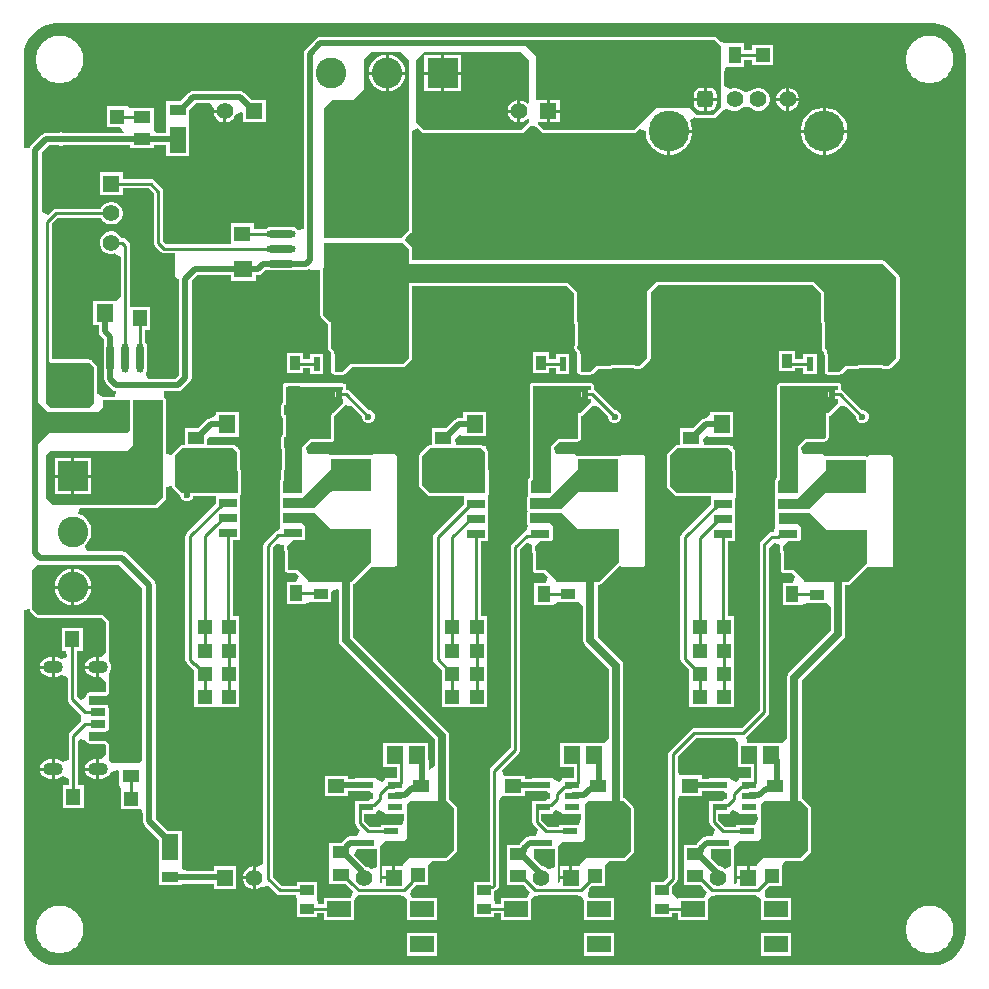
<source format=gbr>
%TF.GenerationSoftware,Altium Limited,Altium Designer,24.5.2 (23)*%
G04 Layer_Physical_Order=1*
G04 Layer_Color=255*
%FSLAX45Y45*%
%MOMM*%
%TF.SameCoordinates,2470441B-8579-4349-B98B-18B4F8D42BC9*%
%TF.FilePolarity,Positive*%
%TF.FileFunction,Copper,L1,Top,Signal*%
%TF.Part,Single*%
G01*
G75*
%TA.AperFunction,SMDPad,CuDef*%
%ADD10R,0.85814X1.26213*%
%ADD11C,0.60000*%
%ADD12R,1.26213X0.85814*%
%ADD13R,1.52500X0.70000*%
%ADD14R,2.21000X3.10000*%
%ADD15R,1.20000X1.20000*%
%ADD16R,1.40000X0.90000*%
%ADD17R,1.40000X2.20000*%
%ADD18R,2.00000X1.40000*%
%ADD19R,1.45000X1.00000*%
%ADD20R,1.46213X1.25814*%
%ADD21R,1.45464X1.55620*%
%ADD22R,1.45620X1.25464*%
%ADD23R,1.55620X1.45464*%
%ADD24R,0.62213X2.47407*%
G04:AMPARAMS|DCode=25|XSize=2.47407mm|YSize=0.62213mm|CornerRadius=0.31107mm|HoleSize=0mm|Usage=FLASHONLY|Rotation=90.000|XOffset=0mm|YOffset=0mm|HoleType=Round|Shape=RoundedRectangle|*
%AMROUNDEDRECTD25*
21,1,2.47407,0.00000,0,0,90.0*
21,1,1.85193,0.62213,0,0,90.0*
1,1,0.62213,0.00000,0.92597*
1,1,0.62213,0.00000,-0.92597*
1,1,0.62213,0.00000,-0.92597*
1,1,0.62213,0.00000,0.92597*
%
%ADD25ROUNDEDRECTD25*%
%ADD26R,1.25464X1.45620*%
%ADD27R,2.47407X0.62213*%
G04:AMPARAMS|DCode=28|XSize=2.47407mm|YSize=0.62213mm|CornerRadius=0.31107mm|HoleSize=0mm|Usage=FLASHONLY|Rotation=180.000|XOffset=0mm|YOffset=0mm|HoleType=Round|Shape=RoundedRectangle|*
%AMROUNDEDRECTD28*
21,1,2.47407,0.00000,0,0,180.0*
21,1,1.85193,0.62213,0,0,180.0*
1,1,0.62213,-0.92597,0.00000*
1,1,0.62213,0.92597,0.00000*
1,1,0.62213,0.92597,0.00000*
1,1,0.62213,-0.92597,0.00000*
%
%ADD28ROUNDEDRECTD28*%
%ADD29R,0.60000X1.20000*%
%ADD30R,1.36213X1.05814*%
%ADD31R,1.05464X1.35620*%
%ADD32R,3.20000X2.60000*%
%ADD33R,1.00000X1.45000*%
%ADD34R,1.20000X1.20000*%
%TA.AperFunction,ConnectorPad*%
%ADD35R,1.20000X0.80000*%
%ADD36R,1.20000X0.76000*%
%ADD37R,1.20000X0.70000*%
%TA.AperFunction,SMDPad,CuDef*%
%ADD38R,1.25814X1.46213*%
%ADD39R,1.25000X0.60000*%
%ADD40R,1.30000X0.60000*%
%TA.AperFunction,Conductor*%
%ADD41C,0.71100*%
%ADD42C,0.50800*%
%ADD43C,0.25400*%
%TA.AperFunction,ComponentPad*%
%ADD44C,1.42000*%
G04:AMPARAMS|DCode=45|XSize=1.42mm|YSize=1.42mm|CornerRadius=0.355mm|HoleSize=0mm|Usage=FLASHONLY|Rotation=0.000|XOffset=0mm|YOffset=0mm|HoleType=Round|Shape=RoundedRectangle|*
%AMROUNDEDRECTD45*
21,1,1.42000,0.71000,0,0,0.0*
21,1,0.71000,1.42000,0,0,0.0*
1,1,0.71000,0.35500,-0.35500*
1,1,0.71000,-0.35500,-0.35500*
1,1,0.71000,-0.35500,0.35500*
1,1,0.71000,0.35500,0.35500*
%
%ADD45ROUNDEDRECTD45*%
%ADD46C,3.45000*%
%ADD47C,1.40000*%
%ADD48R,1.40000X1.40000*%
%ADD49C,2.59500*%
%ADD50R,2.59500X2.59500*%
G04:AMPARAMS|DCode=51|XSize=1.1mm|YSize=1.7mm|CornerRadius=0.55mm|HoleSize=0mm|Usage=FLASHONLY|Rotation=270.000|XOffset=0mm|YOffset=0mm|HoleType=Round|Shape=RoundedRectangle|*
%AMROUNDEDRECTD51*
21,1,1.10000,0.60000,0,0,270.0*
21,1,0.00000,1.70000,0,0,270.0*
1,1,1.10000,-0.30000,0.00000*
1,1,1.10000,-0.30000,0.00000*
1,1,1.10000,0.30000,0.00000*
1,1,1.10000,0.30000,0.00000*
%
%ADD51ROUNDEDRECTD51*%
%ADD52R,2.59500X2.59500*%
%ADD53R,1.40000X1.40000*%
%TA.AperFunction,ViaPad*%
%ADD54C,0.50800*%
G36*
X7729000Y8015154D02*
X7747756D01*
X7784945Y8010258D01*
X7821179Y8000549D01*
X7855834Y7986195D01*
X7888320Y7967439D01*
X7918080Y7944603D01*
X7944604Y7918080D01*
X7967439Y7888320D01*
X7986195Y7855834D01*
X8000550Y7821179D01*
X8010259Y7784944D01*
X8015155Y7747756D01*
X8015155Y7729000D01*
X8015154Y325000D01*
Y306243D01*
X8010258Y269055D01*
X8000549Y232821D01*
X7986195Y198165D01*
X7967439Y165680D01*
X7944603Y135920D01*
X7918080Y109396D01*
X7888320Y86561D01*
X7855834Y67805D01*
X7821179Y53450D01*
X7784946Y43742D01*
X7747754Y38845D01*
X7729000Y38845D01*
X325000Y38845D01*
X306245D01*
X269054Y43742D01*
X232821Y53450D01*
X198165Y67805D01*
X165681Y86560D01*
X135920Y109396D01*
X109397Y135919D01*
X86560Y165680D01*
X67805Y198165D01*
X53450Y232821D01*
X43742Y269054D01*
X38845Y306246D01*
X38845Y325001D01*
Y3049448D01*
X89645Y3054451D01*
X90374Y3050789D01*
X95988Y3042388D01*
X146788Y2991588D01*
X155189Y2985974D01*
X165100Y2984002D01*
X700473D01*
X736102Y2948373D01*
Y2688417D01*
X698300Y2646693D01*
X681000D01*
Y2565600D01*
Y2484506D01*
X698300D01*
X736102Y2442783D01*
Y2360227D01*
X725873Y2349998D01*
X596900D01*
X591884Y2349000D01*
X582900D01*
Y2345294D01*
X578588Y2342412D01*
X572974Y2334011D01*
X571002Y2324100D01*
Y2309103D01*
X524438Y2288750D01*
X491148Y2315254D01*
Y2700626D01*
X540608D01*
Y2897639D01*
X363994D01*
Y2700626D01*
X401054D01*
X407054Y2649826D01*
X405369Y2648384D01*
X362655Y2632907D01*
X358847Y2635829D01*
X339288Y2643930D01*
X318300Y2646693D01*
X301000D01*
Y2565600D01*
Y2484506D01*
X318300D01*
X339288Y2487270D01*
X358847Y2495371D01*
X362655Y2498293D01*
X405369Y2482816D01*
X413455Y2475896D01*
Y2290899D01*
X416412Y2276033D01*
X424833Y2263430D01*
X524872Y2163391D01*
X528838Y2134804D01*
X525406Y2104343D01*
X433632Y2012569D01*
X425211Y1999967D01*
X422254Y1985101D01*
Y1781643D01*
X389455Y1765669D01*
X371454Y1762155D01*
X358847Y1771829D01*
X339288Y1779930D01*
X318300Y1782694D01*
X301000D01*
Y1701600D01*
Y1620507D01*
X318300D01*
X339288Y1623270D01*
X358847Y1631371D01*
X371454Y1641045D01*
X389455Y1637531D01*
X422254Y1621557D01*
Y1566574D01*
X372794D01*
Y1369561D01*
X549408D01*
Y1566574D01*
X499947D01*
Y1943147D01*
X520202Y1958248D01*
X548311Y1949866D01*
X572794Y1934094D01*
X572974Y1933189D01*
X578588Y1924788D01*
X582900Y1921906D01*
Y1918200D01*
X591884D01*
X596900Y1917202D01*
X725873D01*
X736102Y1906973D01*
Y1826864D01*
X734652Y1822816D01*
X698300Y1782694D01*
X681000D01*
Y1701600D01*
Y1620507D01*
X698300D01*
X719288Y1623270D01*
X738847Y1631371D01*
X755642Y1644258D01*
X768529Y1661053D01*
X771483Y1668185D01*
X805729Y1686706D01*
X831182Y1692036D01*
X848325Y1682329D01*
Y1582222D01*
X848325Y1569500D01*
X848325D01*
X860825Y1536599D01*
X860826Y1536599D01*
Y1365800D01*
X1002305D01*
X1031625Y1365800D01*
X1053105Y1323897D01*
Y1259200D01*
X1057047Y1239379D01*
X1068275Y1222575D01*
X1187300Y1103550D01*
Y907600D01*
X1187300Y906000D01*
Y856800D01*
X1187300Y855200D01*
Y716000D01*
X1378100D01*
Y732355D01*
X1647300D01*
Y686500D01*
X1838100D01*
Y877300D01*
X1647300D01*
Y835945D01*
X1420924D01*
X1378100Y856800D01*
Y906000D01*
X1378100Y907600D01*
Y1176800D01*
X1260549D01*
X1156695Y1280654D01*
Y3263900D01*
X1152753Y3283721D01*
X1141525Y3300525D01*
X912925Y3529125D01*
X896121Y3540353D01*
X876300Y3544295D01*
X575919D01*
X560074Y3582560D01*
X559047Y3595095D01*
X577713Y3613762D01*
X594692Y3639173D01*
X606388Y3667408D01*
X612350Y3697383D01*
Y3727945D01*
X606388Y3757920D01*
X594692Y3786155D01*
X577713Y3811567D01*
X556103Y3833177D01*
X530691Y3850156D01*
X502456Y3861852D01*
X513225Y3911102D01*
X1155700D01*
X1165611Y3913074D01*
X1174012Y3918688D01*
X1237512Y3982188D01*
X1243126Y3990589D01*
X1245098Y4000500D01*
Y4092093D01*
X1295898Y4097097D01*
X1296874Y4092189D01*
X1302488Y4083788D01*
X1365988Y4020288D01*
X1367000Y4019611D01*
Y4014880D01*
X1375434Y3994519D01*
X1391019Y3978934D01*
X1411380Y3970500D01*
X1433420D01*
X1453781Y3978934D01*
X1469366Y3994519D01*
X1476898Y4012702D01*
X1671850D01*
Y3951537D01*
X1420331Y3700019D01*
X1411911Y3687416D01*
X1408953Y3672550D01*
Y2628900D01*
X1411911Y2614034D01*
X1420331Y2601431D01*
X1456531Y2565232D01*
X1468284Y2557378D01*
X1486000Y2539663D01*
Y2423801D01*
X1486000D01*
Y2396799D01*
X1486000D01*
Y2226000D01*
X1656799D01*
Y2226000D01*
X1696001D01*
Y2226000D01*
X1866800D01*
Y2396799D01*
X1866800D01*
Y2423801D01*
X1866800D01*
Y2594599D01*
X1866800D01*
Y2619701D01*
X1866800D01*
Y2790499D01*
X1866800D01*
Y2822901D01*
X1866800D01*
Y2993700D01*
X1812346D01*
Y3642600D01*
X1875150D01*
Y3763399D01*
X1875150Y3763400D01*
Y3769601D01*
X1875150D01*
X1875150Y3814200D01*
Y3890399D01*
X1875150Y3890400D01*
Y3896601D01*
X1875150D01*
X1875150Y3941200D01*
Y4017400D01*
X1875150Y4017400D01*
X1878126Y4028689D01*
X1880098Y4038600D01*
Y4223326D01*
X1878126Y4233236D01*
X1872541Y4241595D01*
Y4389056D01*
X1870570Y4398967D01*
X1864956Y4407369D01*
X1857751Y4414574D01*
Y4429746D01*
X1842579D01*
X1834412Y4437912D01*
X1826011Y4443526D01*
X1816100Y4445498D01*
X1589561D01*
Y4495479D01*
X1614721Y4514841D01*
X1665109Y4515835D01*
Y4515836D01*
X1861372D01*
Y4722256D01*
X1665109D01*
Y4699151D01*
X1623000Y4670841D01*
X1603179Y4666898D01*
X1586376Y4655670D01*
X1516312Y4585606D01*
X1402548D01*
Y4445498D01*
X1384300D01*
X1374389Y4443526D01*
X1365988Y4437912D01*
X1302488Y4374412D01*
X1296874Y4366011D01*
X1295898Y4361103D01*
X1245098Y4366107D01*
Y4826000D01*
X1243126Y4835911D01*
X1237512Y4844312D01*
X1229111Y4849926D01*
X1226705Y4850405D01*
X1231708Y4901205D01*
X1346200D01*
X1366021Y4905147D01*
X1382825Y4916375D01*
X1446325Y4979875D01*
X1457553Y4996679D01*
X1461495Y5016500D01*
Y5833246D01*
X1511033Y5882783D01*
X1797444D01*
Y5836447D01*
X2003865D01*
Y5884711D01*
X2024907D01*
X2044728Y5888654D01*
X2061531Y5899882D01*
X2091554Y5929905D01*
X2105405D01*
X2107549Y5928472D01*
X2129597Y5924086D01*
X2314790D01*
X2336838Y5928472D01*
X2338982Y5929905D01*
X2434042D01*
X2453863Y5933847D01*
X2459697Y5937746D01*
X2464082Y5931182D01*
X2472484Y5925569D01*
X2482395Y5923597D01*
X2552202D01*
Y5549900D01*
X2554174Y5539989D01*
X2559788Y5531588D01*
X2603002Y5488373D01*
Y5488010D01*
X2604974Y5478100D01*
X2610588Y5469698D01*
X2612234Y5468598D01*
Y5281590D01*
X2613059Y5277445D01*
X2613608Y5273268D01*
X2617524Y5261729D01*
X2617954Y5260985D01*
X2618122Y5260142D01*
X2620466Y5256633D01*
X2622576Y5252978D01*
X2623258Y5252455D01*
X2623735Y5251740D01*
X2641102Y5234373D01*
Y5218935D01*
X2643074Y5209025D01*
X2645702Y5205091D01*
Y5067300D01*
X2647674Y5057389D01*
X2653288Y5048988D01*
X2661689Y5043374D01*
X2671600Y5041402D01*
X2743200D01*
X2753111Y5043374D01*
X2760237Y5048136D01*
X2766600D01*
Y5054075D01*
X2817427Y5104902D01*
X3251200Y5104902D01*
X3261110Y5106873D01*
X3269512Y5112487D01*
X3320312Y5163287D01*
X3325926Y5171689D01*
X3327897Y5181600D01*
X3327898Y5790702D01*
X4637473Y5790702D01*
X4698502Y5729673D01*
Y5488010D01*
X4700474Y5478100D01*
X4704056Y5472738D01*
Y5289967D01*
X4703816Y5288761D01*
X4702796Y5286160D01*
X4700519Y5273460D01*
X4700563Y5271153D01*
X4700113Y5268890D01*
X4700657Y5266151D01*
X4700710Y5263358D01*
X4701634Y5261242D01*
X4702084Y5258979D01*
X4703636Y5256656D01*
X4704753Y5254097D01*
X4706415Y5252497D01*
X4707698Y5250578D01*
X4723902Y5234373D01*
Y5219200D01*
X4725874Y5209289D01*
X4728502Y5205355D01*
Y5067300D01*
X4730474Y5057389D01*
X4736088Y5048988D01*
X4744489Y5043374D01*
X4754400Y5041402D01*
X4838700D01*
X4848611Y5043374D01*
X4857012Y5048988D01*
X4900227Y5092202D01*
X5009736D01*
X5019646Y5094174D01*
X5025007Y5097756D01*
X5200884D01*
X5206245Y5094174D01*
X5216156Y5092202D01*
X5257800D01*
X5267711Y5094174D01*
X5276112Y5099788D01*
X5339612Y5163288D01*
X5345226Y5171689D01*
X5347198Y5181600D01*
Y5742373D01*
X5408227Y5803402D01*
X6720273D01*
X6794002Y5729673D01*
Y5488010D01*
X6795974Y5478100D01*
X6799556Y5472738D01*
Y5289967D01*
X6799316Y5288761D01*
X6798296Y5286160D01*
X6796019Y5273460D01*
X6796063Y5271153D01*
X6795613Y5268890D01*
X6796157Y5266151D01*
X6796210Y5263358D01*
X6797134Y5261242D01*
X6797584Y5258979D01*
X6799136Y5256656D01*
X6800253Y5254097D01*
X6801915Y5252497D01*
X6803198Y5250578D01*
X6819402Y5234373D01*
Y5219200D01*
X6821374Y5209289D01*
X6821638Y5208894D01*
Y5067300D01*
X6823609Y5057389D01*
X6829223Y5048988D01*
X6837625Y5043374D01*
X6847535Y5041402D01*
X6946900D01*
X6956811Y5043374D01*
X6965212Y5048988D01*
X7008427Y5092202D01*
X7105236D01*
X7115146Y5094174D01*
X7120507Y5097756D01*
X7296384D01*
X7301745Y5094174D01*
X7311656Y5092202D01*
X7366000D01*
X7375911Y5094174D01*
X7384312Y5099788D01*
X7447812Y5163288D01*
X7453426Y5171689D01*
X7455398Y5181600D01*
Y5867400D01*
X7453426Y5877311D01*
X7447812Y5885712D01*
X7333512Y6000012D01*
X7325111Y6005626D01*
X7315200Y6007598D01*
X3327898D01*
Y6108700D01*
X3325926Y6118611D01*
X3320312Y6127012D01*
X3269513Y6177812D01*
X3297640Y6220115D01*
X3320312Y6242788D01*
X3325926Y6251189D01*
X3327898Y6261100D01*
Y7104636D01*
X3378698Y7125678D01*
X3410688Y7093688D01*
X3419089Y7088074D01*
X3429000Y7086102D01*
X4254500D01*
X4264411Y7088074D01*
X4272812Y7093688D01*
X4320874Y7141749D01*
X4330942Y7144327D01*
X4363670Y7145345D01*
X4383702Y7136673D01*
X4426688Y7093688D01*
X4435089Y7088074D01*
X4445000Y7086102D01*
X5207000D01*
X5216911Y7088074D01*
X5225312Y7093688D01*
X5254326Y7122701D01*
X5304633Y7101166D01*
Y7082527D01*
X5312238Y7044293D01*
X5327156Y7008277D01*
X5348814Y6975864D01*
X5376379Y6948299D01*
X5408792Y6926641D01*
X5444807Y6911723D01*
X5483041Y6904118D01*
X5489833D01*
Y7102018D01*
X5502533D01*
Y7114718D01*
X5700433D01*
Y7121510D01*
X5692827Y7159743D01*
X5677909Y7195759D01*
X5720485Y7222291D01*
X5722088Y7220688D01*
X5730489Y7215074D01*
X5740400Y7213102D01*
X5880100D01*
X5890011Y7215074D01*
X5898412Y7220688D01*
X5961912Y7284188D01*
X5982718Y7290517D01*
X6017953Y7285711D01*
X6022323Y7283188D01*
X6046841Y7276618D01*
X6072224D01*
X6096741Y7283188D01*
X6118723Y7295879D01*
X6128470Y7305625D01*
X6159533Y7310350D01*
X6190595Y7305625D01*
X6200342Y7295879D01*
X6222324Y7283188D01*
X6246841Y7276618D01*
X6272224D01*
X6296742Y7283188D01*
X6318723Y7295879D01*
X6336672Y7313827D01*
X6349363Y7335809D01*
X6355932Y7360327D01*
Y7385709D01*
X6349363Y7410227D01*
X6336672Y7432209D01*
X6318723Y7450157D01*
X6296742Y7462848D01*
X6272224Y7469418D01*
X6246841D01*
X6222324Y7462848D01*
X6200342Y7450157D01*
X6190595Y7440411D01*
X6159533Y7435686D01*
X6128470Y7440411D01*
X6118723Y7450157D01*
X6096741Y7462848D01*
X6072224Y7469418D01*
X6046841D01*
X6022323Y7462848D01*
X6020298Y7461679D01*
X5971031Y7486290D01*
X5969498Y7488181D01*
Y7606212D01*
X5988600Y7649100D01*
X6020298Y7649100D01*
X6139400D01*
Y7708153D01*
X6210400D01*
Y7661600D01*
X6381200D01*
Y7832400D01*
X6210400D01*
Y7785847D01*
X6139400D01*
Y7844900D01*
X6016095D01*
X5988600Y7844900D01*
X5943870Y7859555D01*
X5911112Y7892312D01*
X5902710Y7897926D01*
X5892800Y7899898D01*
X4460202D01*
X4457700Y7900395D01*
X2552700D01*
X2532879Y7896453D01*
X2516075Y7885225D01*
X2427175Y7796325D01*
X2415947Y7779521D01*
X2412005Y7759700D01*
Y6277183D01*
X2361205Y6267945D01*
X2355529Y6276439D01*
X2336838Y6288928D01*
X2314790Y6293314D01*
X2129597D01*
X2107549Y6288928D01*
X2088858Y6276439D01*
X2087593Y6274547D01*
X1988464D01*
Y6323775D01*
X1792045D01*
Y6147547D01*
X1247991D01*
X1219947Y6175591D01*
Y6591300D01*
X1216989Y6606166D01*
X1208569Y6618769D01*
X1141769Y6685569D01*
X1129166Y6693989D01*
X1114300Y6696946D01*
X877300D01*
Y6753500D01*
X686500D01*
Y6562700D01*
X877300D01*
Y6619253D01*
X1098209D01*
X1142253Y6575209D01*
Y6159500D01*
X1145211Y6144634D01*
X1153631Y6132031D01*
X1204431Y6081231D01*
X1217034Y6072811D01*
X1231900Y6069853D01*
X1320302D01*
Y5890169D01*
X1322273Y5880258D01*
X1322274Y5880257D01*
X1327888Y5871856D01*
X1327888Y5871856D01*
X1339271Y5860472D01*
X1347673Y5854858D01*
X1357584Y5852887D01*
X1357905Y5802220D01*
Y5037954D01*
X1324746Y5004795D01*
X1091187D01*
X1077153Y5034843D01*
X1072268Y5055595D01*
X1081928Y5070052D01*
X1086314Y5092099D01*
Y5277293D01*
X1081928Y5299340D01*
X1069439Y5318032D01*
X1067547Y5319296D01*
Y5418425D01*
X1110453D01*
Y5614845D01*
X940547D01*
Y6134100D01*
X937589Y6148966D01*
X929169Y6161569D01*
X903769Y6186969D01*
X891166Y6195389D01*
X876300Y6198347D01*
X868822D01*
X858239Y6216677D01*
X840477Y6234439D01*
X818723Y6246998D01*
X794459Y6253500D01*
X769340D01*
X745077Y6246998D01*
X723323Y6234439D01*
X705561Y6216677D01*
X693001Y6194923D01*
X686500Y6170659D01*
Y6145540D01*
X693001Y6121277D01*
X705561Y6099523D01*
X723323Y6081761D01*
X745077Y6069201D01*
X769340Y6062700D01*
X794459D01*
X812053Y6067414D01*
X834174Y6057584D01*
X862853Y6036021D01*
Y5698780D01*
X825710Y5665810D01*
X812053Y5665810D01*
X629447D01*
Y5459390D01*
X675783D01*
Y5406522D01*
X679726Y5386701D01*
X690953Y5369897D01*
X722905Y5337946D01*
Y5301485D01*
X721472Y5299340D01*
X717086Y5277293D01*
Y5092099D01*
X721472Y5070052D01*
X722905Y5067907D01*
Y5003800D01*
X726847Y4983979D01*
X738075Y4967175D01*
X788875Y4916375D01*
X805679Y4905147D01*
X817995Y4902698D01*
X812992Y4851898D01*
X711200D01*
X667828Y4875597D01*
X660898Y4880913D01*
Y5105400D01*
X658926Y5115311D01*
X653312Y5123712D01*
X619207Y5157818D01*
Y5168946D01*
X599169D01*
X596900Y5169398D01*
X280147D01*
Y6321209D01*
X328191Y6369253D01*
X694170D01*
X705561Y6349523D01*
X723323Y6331761D01*
X745077Y6319201D01*
X769340Y6312700D01*
X794459D01*
X818723Y6319201D01*
X840477Y6331761D01*
X858239Y6349523D01*
X870798Y6371277D01*
X877300Y6395540D01*
Y6420659D01*
X870798Y6444923D01*
X858239Y6466677D01*
X840477Y6484439D01*
X818723Y6496998D01*
X794459Y6503500D01*
X769340D01*
X745077Y6496998D01*
X723323Y6484439D01*
X705561Y6466677D01*
X694170Y6446946D01*
X312100D01*
X297234Y6443989D01*
X284631Y6435569D01*
X242295Y6393232D01*
X191495Y6414274D01*
Y6925446D01*
X250054Y6984005D01*
X335877D01*
X344580Y6980400D01*
X366620D01*
X375323Y6984005D01*
X943500D01*
Y6960400D01*
X1139300D01*
Y6984005D01*
X1247875D01*
Y6894300D01*
X1438675D01*
Y7163500D01*
X1438675Y7165100D01*
Y7214300D01*
X1438675Y7215900D01*
Y7281850D01*
X1497929Y7341105D01*
X1613723D01*
X1624236Y7332664D01*
X1648813Y7290305D01*
X1647338Y7284800D01*
X1742700D01*
Y7272100D01*
X1755400D01*
Y7176738D01*
X1779523Y7183202D01*
X1801277Y7195761D01*
X1819039Y7213523D01*
X1831599Y7235277D01*
X1832213Y7237570D01*
X1878825Y7261371D01*
X1888900Y7261824D01*
X1897300Y7256511D01*
Y7176700D01*
X2088100D01*
Y7367500D01*
X1970550D01*
X1908525Y7429525D01*
X1891721Y7440753D01*
X1871900Y7444695D01*
X1476475D01*
X1456654Y7440753D01*
X1439850Y7429525D01*
X1365425Y7355100D01*
X1247875D01*
Y7215900D01*
X1247875Y7214300D01*
Y7165100D01*
X1247875Y7163500D01*
Y7087595D01*
X1162905D01*
X1139300Y7111200D01*
Y7150400D01*
X1139300Y7162000D01*
Y7301200D01*
X943501D01*
X943501Y7301200D01*
X914300Y7311701D01*
Y7311700D01*
X897050Y7311700D01*
X743500D01*
Y7140900D01*
X855432D01*
X891785Y7090100D01*
X890957Y7087673D01*
X890879Y7087595D01*
X375323D01*
X366620Y7091200D01*
X344580D01*
X335877Y7087595D01*
X228600D01*
X208779Y7083653D01*
X191975Y7072425D01*
X103075Y6983525D01*
X91847Y6966721D01*
X89645Y6955651D01*
X38845Y6960654D01*
Y7729000D01*
Y7747755D01*
X43742Y7784946D01*
X53450Y7821179D01*
X67805Y7855835D01*
X86560Y7888319D01*
X109396Y7918080D01*
X135919Y7944603D01*
X165680Y7967439D01*
X198165Y7986195D01*
X232821Y8000550D01*
X269056Y8010259D01*
X306244Y8015155D01*
X325001Y8015155D01*
X7729000Y8015154D01*
D02*
G37*
G36*
X4318000Y7708900D02*
X4318000Y7340077D01*
X4305300Y7334816D01*
X4291677Y7348439D01*
X4269923Y7360998D01*
X4245800Y7367462D01*
Y7272100D01*
Y7176738D01*
X4269923Y7183202D01*
X4291677Y7195761D01*
X4305300Y7209384D01*
X4318000Y7204124D01*
Y7175500D01*
X4254500Y7112000D01*
X3429000D01*
X3365500Y7175500D01*
Y7708900D01*
X3429000Y7772400D01*
X4254500D01*
X4318000Y7708900D01*
D02*
G37*
G36*
X5943600Y7823200D02*
Y7505700D01*
Y7302500D01*
X5880100Y7239000D01*
X5740400D01*
X5676900Y7302500D01*
X5397500D01*
X5207000Y7112000D01*
X4445000D01*
X4393000Y7164000D01*
X4398260Y7176700D01*
X4470400D01*
Y7272100D01*
Y7367500D01*
X4394200D01*
X4387700Y7367500D01*
X4381500Y7377632D01*
Y7734300D01*
X4253533Y7862267D01*
X4258393Y7874000D01*
X5892800D01*
X5943600Y7823200D01*
D02*
G37*
G36*
X3302000Y7708900D02*
Y6261100D01*
X3238500Y6197600D01*
X2578598D01*
Y7290298D01*
X2654300Y7366000D01*
X2832100D01*
X2921000Y7454900D01*
Y7708900D01*
X2984500Y7772400D01*
X3238500D01*
X3302000Y7708900D01*
D02*
G37*
G36*
Y6108700D02*
Y5981700D01*
X7315200D01*
X7429500Y5867400D01*
Y5181600D01*
X7366000Y5118100D01*
X7311656D01*
Y5123653D01*
X7105236D01*
Y5118100D01*
X6997700D01*
X6946900Y5067300D01*
X6847535D01*
Y5219200D01*
X6845300D01*
Y5245100D01*
X6821510Y5268890D01*
X6823787Y5281590D01*
X6825453D01*
Y5488010D01*
X6819900D01*
Y5740400D01*
X6731000Y5829300D01*
X5397500D01*
X5321300Y5753100D01*
Y5181600D01*
X5257800Y5118100D01*
X5216156D01*
Y5123653D01*
X5009736D01*
Y5118100D01*
X4889500D01*
X4838700Y5067300D01*
X4754400D01*
Y5219200D01*
X4749800D01*
Y5245100D01*
X4726010Y5268890D01*
X4728287Y5281590D01*
X4729953D01*
Y5488010D01*
X4724400D01*
Y5740400D01*
X4648200Y5816600D01*
X3302000Y5816600D01*
X3301999Y5181600D01*
X3251200Y5130799D01*
X2806700Y5130800D01*
X2743200Y5067300D01*
X2671600D01*
Y5218935D01*
X2667000D01*
Y5245100D01*
X2642048Y5270052D01*
X2638132Y5281590D01*
X2638132D01*
X2638132Y5281590D01*
Y5488010D01*
X2628900D01*
Y5499100D01*
X2578100Y5549900D01*
Y5946993D01*
X2578598Y5949495D01*
Y6159500D01*
X3251200D01*
X3302000Y6108700D01*
D02*
G37*
G36*
X266700Y5143500D02*
X596900D01*
X635000Y5105400D01*
Y4800600D01*
X596900Y4762500D01*
X266700D01*
X228600Y4800600D01*
Y5174219D01*
X240648Y5178236D01*
X266700Y5143500D01*
D02*
G37*
G36*
X241300Y4724400D02*
X673100D01*
X711200Y4762500D01*
Y4826000D01*
X939800D01*
Y4572000D01*
X914400Y4546600D01*
X254000D01*
X126033Y4418633D01*
X114300Y4423493D01*
X114300Y4834806D01*
X126033Y4839667D01*
X241300Y4724400D01*
D02*
G37*
G36*
X1846644Y4389056D02*
Y4223326D01*
X1854200D01*
Y4038600D01*
X1384300D01*
X1320800Y4102100D01*
Y4356100D01*
X1384300Y4419600D01*
X1816100D01*
X1846644Y4389056D01*
D02*
G37*
G36*
X1219200Y4000500D02*
X1155700Y3937000D01*
X292100D01*
X228600Y4000500D01*
Y4356100D01*
X266700Y4394200D01*
X266700D01*
X914400D01*
X965200Y4445000D01*
Y4569498D01*
X965698Y4572000D01*
Y4826000D01*
X1219200D01*
Y4000500D01*
D02*
G37*
G36*
X1041400Y3238500D02*
Y1778000D01*
X1016000Y1752600D01*
X787400D01*
X762000Y1778000D01*
Y1917700D01*
X736600Y1943100D01*
X596900D01*
Y2019300D01*
X736600D01*
X740500Y2023200D01*
X753700D01*
Y2036400D01*
X762000Y2044700D01*
Y2222500D01*
X753700Y2230800D01*
Y2244000D01*
X740500D01*
X736600Y2247900D01*
X596900D01*
Y2324100D01*
X736600D01*
X762000Y2349500D01*
Y2516545D01*
X768529Y2525053D01*
X776630Y2544611D01*
X779393Y2565600D01*
X776630Y2586588D01*
X768529Y2606147D01*
X762000Y2614655D01*
Y2959100D01*
X711200Y3009900D01*
X165100D01*
X114300Y3060700D01*
Y3390900D01*
X152400Y3429000D01*
X850900D01*
X1041400Y3238500D01*
D02*
G37*
%LPC*%
G36*
X7726005Y7911347D02*
X7693995D01*
X7690242Y7910600D01*
X7686416D01*
X7655022Y7904355D01*
X7651487Y7902891D01*
X7647734Y7902145D01*
X7618161Y7889895D01*
X7614980Y7887769D01*
X7611446Y7886305D01*
X7584830Y7868522D01*
X7582125Y7865816D01*
X7578944Y7863691D01*
X7556309Y7841056D01*
X7554184Y7837875D01*
X7551478Y7835169D01*
X7533695Y7808554D01*
X7532231Y7805020D01*
X7530105Y7801839D01*
X7517855Y7772266D01*
X7517109Y7768513D01*
X7515644Y7764978D01*
X7509400Y7733583D01*
Y7729758D01*
X7508654Y7726005D01*
Y7693995D01*
X7509400Y7690242D01*
Y7686417D01*
X7515645Y7655022D01*
X7517108Y7651488D01*
X7517855Y7647734D01*
X7530105Y7618161D01*
X7532231Y7614980D01*
X7533695Y7611446D01*
X7551478Y7584830D01*
X7554184Y7582125D01*
X7556309Y7578944D01*
X7578944Y7556309D01*
X7582125Y7554184D01*
X7584830Y7551478D01*
X7611446Y7533695D01*
X7614980Y7532231D01*
X7618161Y7530105D01*
X7647734Y7517855D01*
X7651487Y7517109D01*
X7655022Y7515644D01*
X7686417Y7509400D01*
X7690242D01*
X7693995Y7508654D01*
X7726005D01*
X7729758Y7509400D01*
X7733583D01*
X7764978Y7515645D01*
X7768512Y7517108D01*
X7772266Y7517855D01*
X7801839Y7530105D01*
X7805020Y7532231D01*
X7808554Y7533695D01*
X7835169Y7551478D01*
X7837875Y7554184D01*
X7841056Y7556309D01*
X7863691Y7578944D01*
X7865816Y7582125D01*
X7868522Y7584830D01*
X7886305Y7611446D01*
X7887769Y7614980D01*
X7889895Y7618161D01*
X7902145Y7647734D01*
X7902891Y7651487D01*
X7904355Y7655022D01*
X7910600Y7686416D01*
Y7690242D01*
X7911347Y7693995D01*
Y7726005D01*
X7910600Y7729758D01*
Y7733583D01*
X7904355Y7764978D01*
X7902891Y7768513D01*
X7902145Y7772266D01*
X7889895Y7801839D01*
X7887769Y7805020D01*
X7886305Y7808554D01*
X7868522Y7835169D01*
X7865816Y7837875D01*
X7863691Y7841056D01*
X7841056Y7863691D01*
X7837875Y7865816D01*
X7835169Y7868522D01*
X7808554Y7886305D01*
X7805020Y7887769D01*
X7801839Y7889895D01*
X7772266Y7902145D01*
X7768513Y7902891D01*
X7764978Y7904355D01*
X7733583Y7910600D01*
X7729758D01*
X7726005Y7911347D01*
D02*
G37*
G36*
X360005D02*
X327995D01*
X324242Y7910600D01*
X320416D01*
X289022Y7904355D01*
X285487Y7902891D01*
X281734Y7902145D01*
X252161Y7889895D01*
X248980Y7887769D01*
X245446Y7886305D01*
X218830Y7868522D01*
X216125Y7865816D01*
X212944Y7863691D01*
X190309Y7841056D01*
X188184Y7837875D01*
X185478Y7835169D01*
X167695Y7808554D01*
X166231Y7805020D01*
X164105Y7801839D01*
X151855Y7772266D01*
X151109Y7768513D01*
X149644Y7764978D01*
X143400Y7733583D01*
Y7729758D01*
X142654Y7726005D01*
Y7693995D01*
X143400Y7690242D01*
Y7686417D01*
X149645Y7655022D01*
X151108Y7651488D01*
X151855Y7647734D01*
X164105Y7618161D01*
X166231Y7614980D01*
X167695Y7611446D01*
X185478Y7584830D01*
X188184Y7582125D01*
X190309Y7578944D01*
X212944Y7556309D01*
X216125Y7554184D01*
X218830Y7551478D01*
X245446Y7533695D01*
X248980Y7532231D01*
X252161Y7530105D01*
X281734Y7517855D01*
X285487Y7517109D01*
X289022Y7515644D01*
X320417Y7509400D01*
X324242D01*
X327995Y7508654D01*
X360005D01*
X363758Y7509400D01*
X367583D01*
X398978Y7515645D01*
X402512Y7517108D01*
X406266Y7517855D01*
X435839Y7530105D01*
X439020Y7532231D01*
X442554Y7533695D01*
X469169Y7551478D01*
X471875Y7554184D01*
X475056Y7556309D01*
X497691Y7578944D01*
X499816Y7582125D01*
X502522Y7584830D01*
X520305Y7611446D01*
X521769Y7614980D01*
X523895Y7618161D01*
X536145Y7647734D01*
X536891Y7651487D01*
X538355Y7655022D01*
X544600Y7686416D01*
Y7690242D01*
X545347Y7693995D01*
Y7726005D01*
X544600Y7729758D01*
Y7733583D01*
X538355Y7764978D01*
X536891Y7768513D01*
X536145Y7772266D01*
X523895Y7801839D01*
X521769Y7805020D01*
X520305Y7808554D01*
X502522Y7835169D01*
X499816Y7837875D01*
X497691Y7841056D01*
X475056Y7863691D01*
X471875Y7865816D01*
X469169Y7868522D01*
X442554Y7886305D01*
X439020Y7887769D01*
X435839Y7889895D01*
X406266Y7902145D01*
X402513Y7902891D01*
X398978Y7904355D01*
X367583Y7910600D01*
X363758D01*
X360005Y7911347D01*
D02*
G37*
G36*
X6522233Y7469416D02*
Y7385718D01*
X6605930D01*
X6599363Y7410227D01*
X6586672Y7432209D01*
X6568723Y7450157D01*
X6546742Y7462848D01*
X6522233Y7469416D01*
D02*
G37*
G36*
X6496833D02*
X6472324Y7462848D01*
X6450342Y7450157D01*
X6432394Y7432209D01*
X6419702Y7410227D01*
X6413135Y7385718D01*
X6496833D01*
Y7469416D01*
D02*
G37*
G36*
X6605930Y7360318D02*
X6522233D01*
Y7276620D01*
X6546742Y7283188D01*
X6568723Y7295879D01*
X6586672Y7313827D01*
X6599363Y7335809D01*
X6605930Y7360318D01*
D02*
G37*
G36*
X6496833D02*
X6413135D01*
X6419702Y7335809D01*
X6432394Y7313827D01*
X6450342Y7295879D01*
X6472324Y7283188D01*
X6496833Y7276620D01*
Y7360318D01*
D02*
G37*
G36*
X1730000Y7259400D02*
X1647338D01*
X1653802Y7235277D01*
X1666361Y7213523D01*
X1684123Y7195761D01*
X1705877Y7183202D01*
X1730000Y7176738D01*
Y7259400D01*
D02*
G37*
G36*
X6836024Y7299918D02*
X6829232D01*
Y7114718D01*
X7014433D01*
Y7121510D01*
X7006827Y7159743D01*
X6991909Y7195759D01*
X6970251Y7228172D01*
X6942686Y7255737D01*
X6910273Y7277395D01*
X6874258Y7292313D01*
X6836024Y7299918D01*
D02*
G37*
G36*
X6803832D02*
X6797041D01*
X6758807Y7292313D01*
X6722792Y7277395D01*
X6690379Y7255737D01*
X6662813Y7228172D01*
X6641156Y7195759D01*
X6626238Y7159743D01*
X6618632Y7121510D01*
Y7114718D01*
X6803832D01*
Y7299918D01*
D02*
G37*
G36*
X7014433Y7089318D02*
X6829232D01*
Y6904118D01*
X6836024D01*
X6874258Y6911723D01*
X6910273Y6926641D01*
X6942686Y6948299D01*
X6970251Y6975864D01*
X6991909Y7008277D01*
X7006827Y7044293D01*
X7014433Y7082527D01*
Y7089318D01*
D02*
G37*
G36*
X6803832D02*
X6618632D01*
Y7082527D01*
X6626238Y7044293D01*
X6641156Y7008277D01*
X6662813Y6975864D01*
X6690379Y6948299D01*
X6722792Y6926641D01*
X6758807Y6911723D01*
X6797041Y6904118D01*
X6803832D01*
Y7089318D01*
D02*
G37*
G36*
X5700433D02*
X5515233D01*
Y6904118D01*
X5522024D01*
X5560258Y6911723D01*
X5596273Y6926641D01*
X5628686Y6948299D01*
X5656252Y6975864D01*
X5677909Y7008277D01*
X5692827Y7044293D01*
X5700433Y7082527D01*
Y7089318D01*
D02*
G37*
G36*
X6574564Y5244707D02*
X6437951D01*
Y5067693D01*
X6574564D01*
Y5094953D01*
X6641735D01*
Y5048400D01*
X6752535D01*
Y5219200D01*
X6641735D01*
Y5172646D01*
X6574564D01*
Y5244707D01*
D02*
G37*
G36*
X4489406Y5232007D02*
X4352792D01*
Y5054993D01*
X4489406D01*
Y5094953D01*
X4548600D01*
Y5048400D01*
X4659400D01*
Y5219200D01*
X4548600D01*
Y5172646D01*
X4489406D01*
Y5232007D01*
D02*
G37*
G36*
X2406606Y5227682D02*
X2269992D01*
Y5050669D01*
X2406606D01*
Y5094689D01*
X2465800D01*
Y5048136D01*
X2576600D01*
Y5218935D01*
X2465800D01*
Y5172382D01*
X2406606D01*
Y5227682D01*
D02*
G37*
G36*
X6589610Y4973735D02*
X6433347D01*
Y4967028D01*
X6426141Y4962214D01*
X6420527Y4953812D01*
X6418556Y4943901D01*
Y4795329D01*
X6416962Y4787315D01*
Y4703310D01*
X6418556Y4695296D01*
Y4524904D01*
X6416962Y4516890D01*
Y4423910D01*
X6418556Y4415896D01*
Y4245504D01*
X6416962Y4237490D01*
Y4167228D01*
X6411847Y4162114D01*
X6406233Y4153712D01*
X6404262Y4143801D01*
Y4042201D01*
X6405077Y4015714D01*
X6401071Y4002114D01*
X6399099Y3992204D01*
Y3931352D01*
X6399099Y3903304D01*
X6399100Y3903301D01*
X6401071Y3893393D01*
X6405249Y3883102D01*
X6405250Y3883100D01*
X6405250Y3883099D01*
Y3762300D01*
X6405250D01*
Y3759945D01*
X6395963Y3709147D01*
X6375400D01*
X6360534Y3706189D01*
X6347931Y3697769D01*
X6281286Y3631123D01*
X6272865Y3618520D01*
X6269908Y3603654D01*
Y3103793D01*
X6272865Y3088928D01*
X6273053Y3088646D01*
Y2200491D01*
X6118009Y2045447D01*
X5715000D01*
X5700134Y2042489D01*
X5687531Y2034069D01*
X5509731Y1856269D01*
X5501311Y1843666D01*
X5498353Y1828800D01*
Y785415D01*
X5455845Y742906D01*
X5353968D01*
Y638308D01*
X5353968Y606292D01*
X5353968Y555492D01*
Y450894D01*
X5530981D01*
Y480354D01*
X5582500D01*
Y422900D01*
X5833300D01*
Y575152D01*
X5833301Y594480D01*
X5835319Y598421D01*
X5865317Y629659D01*
X5913924Y634953D01*
X6234004D01*
X6272987Y606426D01*
X6280572Y591714D01*
X6282500Y541713D01*
Y422900D01*
X6533300D01*
Y613700D01*
X6324961D01*
X6319113Y627819D01*
X6319112D01*
X6319111Y627823D01*
X6319111D01*
X6317285Y677867D01*
X6350718Y711300D01*
X6460800D01*
Y882100D01*
X6482763Y923802D01*
X6616581D01*
X6626492Y925774D01*
X6634894Y931388D01*
X6698394Y994888D01*
X6704007Y1003289D01*
X6705979Y1013200D01*
Y1368800D01*
X6704007Y1378710D01*
X6698394Y1387112D01*
X6634894Y1450612D01*
X6628044Y1455189D01*
Y2450759D01*
X6978143Y2800858D01*
X6991614Y2821019D01*
X6996344Y2844800D01*
Y3257635D01*
X7016505D01*
X7026416Y3259606D01*
X7034818Y3265220D01*
X7185623Y3416026D01*
X7189178Y3415675D01*
X7197579Y3410062D01*
X7207490Y3408090D01*
X7372590D01*
X7382500Y3410062D01*
X7390902Y3415676D01*
X7396516Y3424077D01*
X7398487Y3433988D01*
Y4335688D01*
X7396516Y4345599D01*
X7390902Y4354000D01*
X7382500Y4359614D01*
X7372590Y4361586D01*
X7207490D01*
X7197579Y4359614D01*
X7189177Y4354000D01*
X7184070Y4346357D01*
X7174297Y4348301D01*
X6831397D01*
X6818427Y4353311D01*
X6812812Y4361713D01*
X6804411Y4367326D01*
X6794500Y4369298D01*
X6642100D01*
X6621157Y4416401D01*
Y4425174D01*
X6669487Y4473504D01*
X6817758D01*
X6819794Y4473503D01*
X6819796Y4473504D01*
X6823216Y4474184D01*
X6826699Y4474440D01*
X6826701Y4474442D01*
X6828132Y4475162D01*
X6829705Y4475475D01*
X6832606Y4477414D01*
X6835725Y4478983D01*
X6845323Y4486472D01*
X6846371Y4487686D01*
X6847705Y4488578D01*
X6849644Y4491481D01*
X6851924Y4494123D01*
X6852427Y4495646D01*
X6853319Y4496980D01*
X6853999Y4500403D01*
X6855094Y4503716D01*
X6855096Y4503717D01*
X6854977Y4505318D01*
X6855290Y4506889D01*
X6855290Y4506890D01*
X6855290Y4509597D01*
Y4689008D01*
X6857179Y4689384D01*
X6865581Y4694998D01*
X6956472Y4785889D01*
X7003985Y4765559D01*
X7082781Y4686763D01*
Y4675280D01*
X7091215Y4654919D01*
X7106800Y4639334D01*
X7127161Y4630900D01*
X7149201D01*
X7169562Y4639334D01*
X7185147Y4654919D01*
X7193581Y4675280D01*
Y4697320D01*
X7185147Y4717681D01*
X7169562Y4733266D01*
X7149201Y4741700D01*
X7137718D01*
X6978150Y4901269D01*
X6965547Y4909689D01*
X6963548Y4910087D01*
X6964057Y4912647D01*
Y4943901D01*
X6962086Y4953812D01*
X6956472Y4962214D01*
X6948070Y4967828D01*
X6938159Y4969799D01*
X6589610D01*
Y4973735D01*
D02*
G37*
G36*
X4494110Y4970010D02*
X4337847D01*
Y4966455D01*
X4330842Y4961775D01*
X4325228Y4953373D01*
X4323257Y4943463D01*
Y4166790D01*
X4318142Y4161675D01*
X4312528Y4153273D01*
X4310557Y4143363D01*
Y4137100D01*
X4309750D01*
Y4016300D01*
X4302040Y4003946D01*
X4302039Y4003945D01*
X4300068Y3994034D01*
Y3905135D01*
X4302040Y3895224D01*
X4307654Y3886822D01*
X4308621Y3886176D01*
X4306774Y3883411D01*
X4304802Y3873500D01*
Y3784600D01*
X4309081Y3759952D01*
X4296809Y3716860D01*
X4286318Y3714774D01*
X4273716Y3706353D01*
X4176231Y3608869D01*
X4167811Y3596266D01*
X4164853Y3581400D01*
Y1882991D01*
X3998431Y1716569D01*
X3990011Y1703966D01*
X3987053Y1689100D01*
Y743653D01*
X3967207D01*
X3963453Y742906D01*
X3848493D01*
Y638308D01*
X3848493Y606292D01*
X3848493Y555492D01*
Y450894D01*
X4025507D01*
Y479454D01*
X4083900D01*
Y422900D01*
X4334700D01*
Y575152D01*
X4334701Y594480D01*
X4336719Y598421D01*
X4366717Y629659D01*
X4415324Y634953D01*
X4727591D01*
X4769781Y614167D01*
X4769783Y614164D01*
X4769783D01*
X4783900Y588649D01*
Y422900D01*
X5034700D01*
Y613700D01*
X4824961D01*
X4815620Y636251D01*
Y636251D01*
X4815619Y636254D01*
X4822710Y684117D01*
X4829468Y694232D01*
X4829518Y694480D01*
X4846337Y711300D01*
X4962200D01*
Y882100D01*
X4992649Y920287D01*
X5120440D01*
X5130350Y922259D01*
X5138752Y927873D01*
X5202252Y991373D01*
X5207866Y999774D01*
X5209837Y1009685D01*
Y1365285D01*
X5207866Y1375196D01*
X5202252Y1383597D01*
X5138752Y1447097D01*
X5130350Y1452711D01*
X5120440Y1454683D01*
X5116744D01*
Y2578100D01*
X5112014Y2601881D01*
X5098543Y2622042D01*
X4900844Y2819741D01*
Y3263402D01*
X4914900D01*
X4924811Y3265374D01*
X4933212Y3270988D01*
X5082231Y3420007D01*
X5094040Y3418843D01*
X5102442Y3413230D01*
X5112352Y3411258D01*
X5277452D01*
X5287363Y3413230D01*
X5295765Y3418844D01*
X5301379Y3427245D01*
X5303350Y3437156D01*
Y4338856D01*
X5301379Y4348767D01*
X5295765Y4357168D01*
X5287363Y4362782D01*
X5277452Y4364754D01*
X5112352D01*
X5102442Y4362782D01*
X5094040Y4357168D01*
X5088426Y4348767D01*
X5075266Y4350132D01*
X4732366D01*
X4723447Y4348358D01*
X4722926Y4350978D01*
X4717312Y4359380D01*
X4708911Y4364994D01*
X4699000Y4366965D01*
X4547766D01*
X4527452Y4414489D01*
Y4424736D01*
X4575782Y4473065D01*
X4723000Y4473065D01*
X4723523Y4473065D01*
X4723523Y4473065D01*
X4724476Y4473064D01*
X4724477Y4473065D01*
X4728362Y4473838D01*
X4732303Y4474276D01*
X4732304Y4474277D01*
X4733286Y4474818D01*
X4734386Y4475037D01*
X4737682Y4477239D01*
X4741154Y4479151D01*
X4750571Y4487078D01*
X4751272Y4487954D01*
X4752205Y4488578D01*
X4754407Y4491873D01*
X4756883Y4494969D01*
X4757195Y4496047D01*
X4757819Y4496980D01*
X4758592Y4500868D01*
X4759694Y4504673D01*
X4759696Y4504675D01*
X4759571Y4505790D01*
X4759790Y4506889D01*
X4759790Y4506890D01*
X4759790Y4509232D01*
Y4688564D01*
X4763912Y4689384D01*
X4772314Y4694998D01*
X4862767Y4785450D01*
X4909736Y4764307D01*
X4987281Y4686763D01*
Y4675280D01*
X4995715Y4654919D01*
X5011300Y4639334D01*
X5031661Y4630900D01*
X5053701D01*
X5074062Y4639334D01*
X5089647Y4654919D01*
X5098081Y4675280D01*
Y4697320D01*
X5089647Y4717681D01*
X5074062Y4733266D01*
X5053701Y4741700D01*
X5042218D01*
X4882650Y4901269D01*
X4870047Y4909689D01*
X4869775Y4909744D01*
X4870352Y4912647D01*
Y4943463D01*
X4868381Y4953373D01*
X4862767Y4961775D01*
X4854365Y4967389D01*
X4844455Y4969360D01*
X4494110D01*
Y4970010D01*
D02*
G37*
G36*
X2402574Y4966960D02*
X2246311D01*
Y4963427D01*
X2239106Y4958612D01*
X2233492Y4950211D01*
X2231520Y4940300D01*
Y4800144D01*
X2229588Y4798853D01*
X2223974Y4790451D01*
X2222002Y4780541D01*
Y4696535D01*
X2223974Y4686625D01*
X2229588Y4678223D01*
X2231520Y4676931D01*
Y4529719D01*
X2229588Y4528428D01*
X2223974Y4520026D01*
X2222002Y4510115D01*
Y4417135D01*
X2223974Y4407225D01*
X2227899Y4401351D01*
Y4246500D01*
X2223974Y4240626D01*
X2222002Y4230715D01*
Y4163627D01*
X2216888Y4158512D01*
X2211274Y4150111D01*
X2209302Y4140200D01*
Y4038600D01*
X2211274Y4028690D01*
X2213496Y4020259D01*
X2211274Y4010411D01*
X2209302Y4000500D01*
Y3911600D01*
X2211274Y3901690D01*
X2213496Y3893259D01*
X2211274Y3883411D01*
X2209302Y3873500D01*
Y3784600D01*
X2211274Y3774690D01*
X2212277Y3770886D01*
X2207605Y3748170D01*
X2206503Y3744831D01*
X2193320Y3721095D01*
X2182234Y3718889D01*
X2169631Y3710469D01*
X2080731Y3621569D01*
X2072311Y3608966D01*
X2069353Y3594100D01*
Y906461D01*
X2051246Y890248D01*
X2018553Y873738D01*
X2005400Y877262D01*
Y781900D01*
Y686538D01*
X2029523Y693001D01*
X2051277Y705561D01*
X2108536Y711826D01*
X2119258Y708705D01*
X2180832Y647131D01*
X2193435Y638710D01*
X2208301Y635753D01*
X2343726D01*
X2349893Y587508D01*
X2349893Y555492D01*
Y450894D01*
X2526907D01*
Y479454D01*
X2585300D01*
Y422900D01*
X2836100D01*
Y572384D01*
X2836101Y595380D01*
X2841500Y603961D01*
X2873245Y631122D01*
X2873245D01*
X2873245Y631122D01*
X2922458Y634953D01*
X3223577D01*
X3267775Y619012D01*
X3285300Y589585D01*
X3285300Y586987D01*
X3285300Y586805D01*
Y422900D01*
X3536100D01*
Y613700D01*
X3329220D01*
X3324961Y613701D01*
X3313302Y641846D01*
X3313302D01*
X3313301Y641848D01*
X3326570Y687152D01*
X3358368Y718950D01*
X3359471Y720600D01*
X3463600D01*
Y891400D01*
X3499819Y926602D01*
X3619500D01*
X3629411Y928574D01*
X3637812Y934188D01*
X3701312Y997688D01*
X3706926Y1006089D01*
X3708898Y1016000D01*
Y1371600D01*
X3706926Y1381511D01*
X3701312Y1389912D01*
X3643544Y1447681D01*
Y1981200D01*
X3638813Y2004982D01*
X3625342Y2025143D01*
X2830744Y2819741D01*
Y3266332D01*
X2837712Y3270988D01*
X2990244Y3423520D01*
X2991588Y3423387D01*
X2999989Y3417774D01*
X3009900Y3415802D01*
X3175000D01*
X3184911Y3417774D01*
X3193312Y3423388D01*
X3198926Y3431789D01*
X3200898Y3441700D01*
Y4343400D01*
X3198926Y4353311D01*
X3193312Y4361712D01*
X3184911Y4367326D01*
X3175000Y4369298D01*
X3009900D01*
X2999989Y4367326D01*
X2991588Y4361712D01*
X2987681Y4355866D01*
X2984002Y4356598D01*
X2642098D01*
X2638419Y4355866D01*
X2634512Y4361712D01*
X2626111Y4367326D01*
X2616200Y4369298D01*
X2451100D01*
X2426198Y4413755D01*
Y4421573D01*
X2474527Y4469902D01*
X2641600D01*
X2651511Y4471874D01*
X2659912Y4477488D01*
X2665526Y4485889D01*
X2667498Y4495800D01*
Y4689814D01*
X2668331Y4691061D01*
X2674222Y4694998D01*
X2761512Y4782288D01*
X2803916Y4779501D01*
X2814040Y4776423D01*
X2903700Y4686763D01*
Y4675280D01*
X2912134Y4654919D01*
X2927719Y4639334D01*
X2948080Y4630900D01*
X2970120D01*
X2990481Y4639334D01*
X3006066Y4654919D01*
X3014500Y4675280D01*
Y4697320D01*
X3006066Y4717681D01*
X2990481Y4733266D01*
X2970120Y4741700D01*
X2958637D01*
X2799333Y4901004D01*
X2786730Y4909425D01*
X2771864Y4912382D01*
X2769098D01*
Y4940300D01*
X2767126Y4950211D01*
X2766600Y4950998D01*
Y4958935D01*
X2761029D01*
X2753111Y4964226D01*
X2743200Y4966198D01*
X2402574D01*
Y4966960D01*
D02*
G37*
G36*
X3955253Y4726010D02*
X3758990D01*
Y4674595D01*
X3724800D01*
X3704979Y4670653D01*
X3688175Y4659425D01*
X3614357Y4585606D01*
X3500593D01*
Y4445498D01*
X3479800D01*
X3469889Y4443526D01*
X3461488Y4437912D01*
X3397988Y4374412D01*
X3392374Y4366011D01*
X3390402Y4356100D01*
Y4102100D01*
X3392374Y4092189D01*
X3397988Y4083788D01*
X3461488Y4020288D01*
X3469889Y4014674D01*
X3479800Y4012702D01*
X3717628D01*
X3767350Y4010100D01*
X3767350Y3944237D01*
X3516177Y3693064D01*
X3507757Y3680462D01*
X3504799Y3665596D01*
Y2632454D01*
X3507757Y2617588D01*
X3516177Y2604985D01*
X3581500Y2539663D01*
Y2423801D01*
X3581500D01*
Y2396799D01*
X3581500D01*
Y2226000D01*
X3752299D01*
Y2226000D01*
X3791501D01*
Y2226000D01*
X3962300D01*
Y2396799D01*
X3962300D01*
Y2423801D01*
X3962300D01*
Y2594599D01*
X3962300D01*
Y2619701D01*
X3962300D01*
Y2790499D01*
X3962300D01*
Y2822901D01*
X3962300D01*
Y2993700D01*
X3907846D01*
Y3635300D01*
X3970650D01*
Y3756099D01*
X3970650Y3756100D01*
Y3762301D01*
X3970650D01*
X3970650Y3806900D01*
Y3883099D01*
X3970650D01*
Y3889301D01*
X3970650D01*
X3970650Y3980247D01*
X3972145Y4004584D01*
X3975598Y4038600D01*
X3975598Y4058851D01*
Y4228726D01*
X3973626Y4238636D01*
X3968012Y4247038D01*
X3967699Y4247248D01*
Y4389399D01*
X3965727Y4399309D01*
X3960113Y4407711D01*
X3952908Y4414917D01*
Y4435146D01*
X3932679D01*
X3929912Y4437912D01*
X3921511Y4443526D01*
X3911600Y4445498D01*
X3703774D01*
X3695714Y4496298D01*
X3732530Y4526544D01*
X3758990Y4519590D01*
Y4519590D01*
X3955253D01*
Y4726010D01*
D02*
G37*
G36*
X6048408Y4722256D02*
X5852145D01*
Y4701571D01*
X5813658Y4670841D01*
X5793837Y4666898D01*
X5777033Y4655670D01*
X5706969Y4585606D01*
X5593206D01*
Y4445498D01*
X5575300D01*
X5565389Y4443526D01*
X5556988Y4437912D01*
X5493488Y4374412D01*
X5487874Y4366011D01*
X5485902Y4356100D01*
Y4102100D01*
X5487874Y4092189D01*
X5493488Y4083788D01*
X5556988Y4020288D01*
X5565389Y4014674D01*
X5575300Y4012702D01*
X5813128D01*
X5862850Y4010100D01*
X5862850Y3944237D01*
X5611331Y3692719D01*
X5602911Y3680116D01*
X5599953Y3665250D01*
Y2631900D01*
X5602911Y2617034D01*
X5611331Y2604431D01*
X5677000Y2538763D01*
Y2422901D01*
X5677000D01*
Y2396799D01*
X5677000D01*
Y2226000D01*
X5847799D01*
Y2226000D01*
X5887001D01*
Y2226000D01*
X6057800D01*
Y2396799D01*
X6057800D01*
Y2422901D01*
X6057800D01*
Y2593699D01*
X6057800D01*
Y2619701D01*
X6057800D01*
Y2790499D01*
X6057800D01*
Y2822901D01*
X6057800D01*
Y2993700D01*
X6003346D01*
Y3635300D01*
X6066150D01*
Y3756099D01*
X6066150Y3756100D01*
Y3762301D01*
X6066150D01*
X6066150Y3806900D01*
Y3883099D01*
X6066150D01*
Y3889301D01*
X6066150D01*
X6066150Y3980247D01*
X6067645Y4004584D01*
X6071098Y4038600D01*
X6071098Y4058851D01*
Y4227490D01*
X6069126Y4237400D01*
X6063512Y4245802D01*
X6063199Y4246012D01*
Y4389399D01*
X6061227Y4399309D01*
X6055613Y4407711D01*
X6048408Y4414917D01*
Y4433910D01*
X6029415D01*
X6025412Y4437912D01*
X6017011Y4443526D01*
X6007100Y4445498D01*
X5797336D01*
X5788988Y4496298D01*
X5825785Y4524992D01*
X5852145Y4515835D01*
Y4515836D01*
X6048408D01*
Y4722256D01*
D02*
G37*
G36*
X655600Y2646693D02*
X638300D01*
X617311Y2643930D01*
X597753Y2635829D01*
X580958Y2622942D01*
X568071Y2606147D01*
X559970Y2586588D01*
X558878Y2578300D01*
X655600D01*
Y2646693D01*
D02*
G37*
G36*
X275600D02*
X258300D01*
X237311Y2643930D01*
X217753Y2635829D01*
X200958Y2622942D01*
X188071Y2606147D01*
X179970Y2586588D01*
X178878Y2578300D01*
X275600D01*
Y2646693D01*
D02*
G37*
G36*
X655600Y2552900D02*
X558878D01*
X559970Y2544611D01*
X568071Y2525053D01*
X580958Y2508258D01*
X597753Y2495371D01*
X617311Y2487270D01*
X638300Y2484506D01*
X655600D01*
Y2552900D01*
D02*
G37*
G36*
X275600D02*
X178878D01*
X179970Y2544611D01*
X188071Y2525053D01*
X200958Y2508258D01*
X217753Y2495371D01*
X237311Y2487270D01*
X258300Y2484506D01*
X275600D01*
Y2552900D01*
D02*
G37*
G36*
X655600Y1782694D02*
X638300D01*
X617311Y1779930D01*
X597753Y1771829D01*
X580958Y1758942D01*
X568071Y1742147D01*
X559970Y1722589D01*
X558878Y1714300D01*
X655600D01*
Y1782694D01*
D02*
G37*
G36*
X275600D02*
X258300D01*
X237311Y1779930D01*
X217753Y1771829D01*
X200958Y1758942D01*
X188071Y1742147D01*
X179970Y1722589D01*
X178878Y1714300D01*
X275600D01*
Y1782694D01*
D02*
G37*
G36*
X655600Y1688900D02*
X558878D01*
X559970Y1680612D01*
X568071Y1661053D01*
X580958Y1644258D01*
X597753Y1631371D01*
X617311Y1623270D01*
X638300Y1620507D01*
X655600D01*
Y1688900D01*
D02*
G37*
G36*
X275600D02*
X178878D01*
X179970Y1680612D01*
X188071Y1661053D01*
X200958Y1644258D01*
X217753Y1631371D01*
X237311Y1623270D01*
X258300Y1620507D01*
X275600D01*
Y1688900D01*
D02*
G37*
G36*
X1980000Y877262D02*
X1955877Y870798D01*
X1934123Y858239D01*
X1916361Y840477D01*
X1903802Y818723D01*
X1897338Y794600D01*
X1980000D01*
Y877262D01*
D02*
G37*
G36*
Y769200D02*
X1897338D01*
X1903802Y745077D01*
X1916361Y723323D01*
X1934123Y705561D01*
X1955877Y693001D01*
X1980000Y686538D01*
Y769200D01*
D02*
G37*
G36*
X7726005Y545347D02*
X7693995D01*
X7690242Y544600D01*
X7686416D01*
X7655022Y538355D01*
X7651487Y536891D01*
X7647734Y536145D01*
X7618161Y523895D01*
X7614980Y521769D01*
X7611446Y520305D01*
X7584830Y502522D01*
X7582125Y499816D01*
X7578944Y497691D01*
X7556309Y475056D01*
X7554184Y471875D01*
X7551478Y469169D01*
X7533695Y442554D01*
X7532231Y439020D01*
X7530105Y435839D01*
X7517855Y406266D01*
X7517109Y402513D01*
X7515644Y398978D01*
X7509400Y367583D01*
Y363758D01*
X7508654Y360005D01*
Y327995D01*
X7509400Y324242D01*
Y320417D01*
X7515645Y289022D01*
X7517108Y285488D01*
X7517855Y281734D01*
X7530105Y252161D01*
X7532231Y248980D01*
X7533695Y245446D01*
X7551478Y218830D01*
X7554184Y216125D01*
X7556309Y212944D01*
X7578944Y190309D01*
X7582125Y188184D01*
X7584830Y185478D01*
X7611446Y167695D01*
X7614980Y166231D01*
X7618161Y164105D01*
X7647734Y151855D01*
X7651487Y151109D01*
X7655022Y149644D01*
X7686417Y143400D01*
X7690242D01*
X7693995Y142654D01*
X7726005D01*
X7729758Y143400D01*
X7733583D01*
X7764978Y149645D01*
X7768512Y151108D01*
X7772266Y151855D01*
X7801839Y164105D01*
X7805020Y166231D01*
X7808554Y167695D01*
X7835169Y185478D01*
X7837875Y188184D01*
X7841056Y190309D01*
X7863691Y212944D01*
X7865816Y216125D01*
X7868522Y218830D01*
X7886305Y245446D01*
X7887769Y248980D01*
X7889895Y252161D01*
X7902145Y281734D01*
X7902891Y285487D01*
X7904355Y289022D01*
X7910600Y320416D01*
Y324242D01*
X7911347Y327995D01*
Y360005D01*
X7910600Y363758D01*
Y367583D01*
X7904355Y398978D01*
X7902891Y402513D01*
X7902145Y406266D01*
X7889895Y435839D01*
X7887769Y439020D01*
X7886305Y442554D01*
X7868522Y469169D01*
X7865816Y471875D01*
X7863691Y475056D01*
X7841056Y497691D01*
X7837875Y499816D01*
X7835169Y502522D01*
X7808554Y520305D01*
X7805020Y521769D01*
X7801839Y523895D01*
X7772266Y536145D01*
X7768513Y536891D01*
X7764978Y538355D01*
X7733583Y544600D01*
X7729758D01*
X7726005Y545347D01*
D02*
G37*
G36*
X360005D02*
X327995D01*
X324242Y544600D01*
X320416D01*
X289022Y538355D01*
X285487Y536891D01*
X281734Y536145D01*
X252161Y523895D01*
X248980Y521769D01*
X245446Y520305D01*
X218830Y502522D01*
X216125Y499816D01*
X212944Y497691D01*
X190309Y475056D01*
X188184Y471875D01*
X185478Y469169D01*
X167695Y442554D01*
X166231Y439020D01*
X164105Y435839D01*
X151855Y406266D01*
X151109Y402513D01*
X149644Y398978D01*
X143400Y367583D01*
Y363758D01*
X142654Y360005D01*
Y327995D01*
X143400Y324242D01*
Y320417D01*
X149645Y289022D01*
X151108Y285488D01*
X151855Y281734D01*
X164105Y252161D01*
X166231Y248980D01*
X167695Y245446D01*
X185478Y218830D01*
X188184Y216125D01*
X190309Y212944D01*
X212944Y190309D01*
X216125Y188184D01*
X218830Y185478D01*
X245446Y167695D01*
X248980Y166231D01*
X252161Y164105D01*
X281734Y151855D01*
X285487Y151109D01*
X289022Y149644D01*
X320417Y143400D01*
X324242D01*
X327995Y142654D01*
X360005D01*
X363758Y143400D01*
X367583D01*
X398978Y149645D01*
X402512Y151108D01*
X406266Y151855D01*
X435839Y164105D01*
X439020Y166231D01*
X442554Y167695D01*
X469169Y185478D01*
X471875Y188184D01*
X475056Y190309D01*
X497691Y212944D01*
X499816Y216125D01*
X502522Y218830D01*
X520305Y245446D01*
X521769Y248980D01*
X523895Y252161D01*
X536145Y281734D01*
X536891Y285487D01*
X538355Y289022D01*
X544600Y320416D01*
Y324242D01*
X545347Y327995D01*
Y360005D01*
X544600Y363758D01*
Y367583D01*
X538355Y398978D01*
X536891Y402513D01*
X536145Y406266D01*
X523895Y435839D01*
X521769Y439020D01*
X520305Y442554D01*
X502522Y469169D01*
X499816Y471875D01*
X497691Y475056D01*
X475056Y497691D01*
X471875Y499816D01*
X469169Y502522D01*
X442554Y520305D01*
X439020Y521769D01*
X435839Y523895D01*
X406266Y536145D01*
X402513Y536891D01*
X398978Y538355D01*
X367583Y544600D01*
X363758D01*
X360005Y545347D01*
D02*
G37*
G36*
X6533300Y313700D02*
X6282500D01*
Y122900D01*
X6533300D01*
Y313700D01*
D02*
G37*
G36*
X5034700D02*
X4783900D01*
Y122900D01*
X5034700D01*
Y313700D01*
D02*
G37*
G36*
X3536100D02*
X3285300D01*
Y122900D01*
X3536100D01*
Y313700D01*
D02*
G37*
%LPD*%
G36*
X6938159Y4912647D02*
X6887135D01*
X6872269Y4909689D01*
X6859667Y4901269D01*
X6851246Y4888666D01*
X6848289Y4873800D01*
X6851246Y4858934D01*
X6859667Y4846331D01*
X6872269Y4837911D01*
X6887135Y4834953D01*
X6934590D01*
X6938159Y4831385D01*
Y4804201D01*
X6847268Y4713310D01*
X6829392D01*
Y4506890D01*
X6819794Y4499401D01*
X6658759D01*
X6595259Y4435901D01*
Y4042201D01*
X6430159D01*
Y4143801D01*
X6442859Y4156501D01*
Y4237490D01*
X6444453D01*
Y4423910D01*
X6442859D01*
Y4516890D01*
X6444453D01*
Y4703310D01*
X6442859D01*
Y4787315D01*
X6444453D01*
Y4943901D01*
X6938159D01*
Y4912647D01*
D02*
G37*
G36*
X7174297Y4043004D02*
X6831397D01*
X6691697Y3903304D01*
X6424997D01*
Y3992204D01*
X6590097D01*
X6831397Y4233504D01*
Y4322404D01*
X7174297D01*
Y4043004D01*
D02*
G37*
G36*
X6838705Y3728033D02*
X7181592D01*
Y3448620D01*
X7016505Y3283533D01*
X6648205D01*
Y3296233D01*
X6559305Y3385133D01*
X6477718D01*
Y3548985D01*
X6470405D01*
Y3588333D01*
X6517373Y3635300D01*
X6608550D01*
Y3639133D01*
X6622805D01*
Y3753433D01*
X6597405Y3778833D01*
X6432305D01*
Y3867733D01*
X6699005D01*
X6838705Y3728033D01*
D02*
G37*
G36*
X6431581Y3605598D02*
X6441272Y3592654D01*
X6444508Y3582848D01*
Y3548985D01*
X6446479Y3539074D01*
X6451820Y3531080D01*
Y3385133D01*
X6453792Y3375222D01*
X6459406Y3366820D01*
X6467807Y3361206D01*
X6477718Y3359235D01*
X6541955D01*
X6570127Y3324093D01*
X6550388Y3278560D01*
X6468646D01*
Y3092140D01*
X6624910D01*
Y3092274D01*
X6667894Y3111144D01*
Y3111144D01*
X6844906D01*
X6872056Y3071590D01*
Y2870541D01*
X6521958Y2520442D01*
X6508487Y2500282D01*
X6503756Y2476500D01*
Y1961713D01*
X6468188Y1925646D01*
X6165999D01*
X6161790Y1936783D01*
X6157549Y1976446D01*
X6161569Y1979131D01*
X6339369Y2156931D01*
X6347789Y2169534D01*
X6350747Y2184400D01*
Y3100648D01*
X6347789Y3115514D01*
X6347601Y3115796D01*
Y3574633D01*
X6388425Y3611647D01*
X6431581Y3605598D01*
D02*
G37*
G36*
X6086768Y1925645D02*
Y1719225D01*
X6193853D01*
Y1623600D01*
X6095000D01*
Y1606192D01*
X6071600Y1589177D01*
X6020800Y1615049D01*
Y1623600D01*
X5845000D01*
Y1616945D01*
X5782875D01*
Y1650407D01*
X5626847D01*
X5585862Y1650407D01*
X5576047Y1697141D01*
Y1812709D01*
X5731091Y1967753D01*
X6065784D01*
X6086768Y1925645D01*
D02*
G37*
G36*
X6095000Y1331351D02*
Y1322800D01*
X6247264D01*
X6257978Y1278762D01*
X6232266Y1229900D01*
X6072500D01*
Y1213347D01*
X5978991D01*
X5921946Y1270391D01*
Y1322800D01*
X6020800D01*
Y1340208D01*
X6044200Y1357223D01*
X6095000Y1331351D01*
D02*
G37*
G36*
X6031884Y879274D02*
X5981084Y858231D01*
X5981076Y858239D01*
X5959322Y870798D01*
X5935059Y877300D01*
X5930150D01*
X5855889Y951560D01*
X5857412Y1019473D01*
X5862500Y1024100D01*
X6031884D01*
Y879274D01*
D02*
G37*
G36*
X6680081Y1368800D02*
Y1013200D01*
X6616581Y949700D01*
X6299081D01*
X6248281Y898900D01*
Y877300D01*
X6185199D01*
Y781900D01*
X6172499D01*
Y769200D01*
X6077099D01*
Y734557D01*
X6065131Y729308D01*
X6057781Y735224D01*
Y1051300D01*
X6095881Y1089400D01*
X6260981D01*
X6286381Y1114800D01*
Y1406900D01*
X6311781Y1432300D01*
X6616581D01*
X6680081Y1368800D01*
D02*
G37*
G36*
X5845000Y1512800D02*
X5967037D01*
X5987084Y1503027D01*
X5990996Y1477438D01*
X5952313Y1434346D01*
X5950200D01*
X5946447Y1433600D01*
X5845000D01*
Y1364653D01*
X5844253Y1360900D01*
Y1254300D01*
X5847211Y1239434D01*
X5855631Y1226831D01*
X5896763Y1185700D01*
X5875721Y1134900D01*
X5862500D01*
Y1131295D01*
X5823200D01*
X5803379Y1127353D01*
X5786575Y1116125D01*
X5738175Y1067725D01*
X5732613Y1059400D01*
X5629800D01*
Y920200D01*
X5629800Y908601D01*
X5629800D01*
Y869399D01*
X5629800D01*
Y718600D01*
X5770663D01*
X5792682Y696580D01*
X5822046Y657943D01*
X5822046Y657942D01*
Y657942D01*
X5803720Y613701D01*
X5787765Y613700D01*
X5582500D01*
Y603906D01*
X5580747Y603794D01*
X5551287Y624225D01*
X5530981Y651529D01*
Y708169D01*
X5564669Y741856D01*
X5573089Y754459D01*
X5576047Y769325D01*
Y1427059D01*
X5585862Y1473793D01*
X5626847Y1473793D01*
X5782875D01*
Y1513355D01*
X5845000D01*
Y1512800D01*
D02*
G37*
%LPC*%
G36*
X6159799Y877300D02*
X6077099D01*
Y794600D01*
X6159799D01*
Y877300D01*
D02*
G37*
%LPD*%
G36*
X4844455Y4912647D02*
X4794000D01*
X4779134Y4909689D01*
X4766531Y4901269D01*
X4758111Y4888666D01*
X4755154Y4873800D01*
X4758111Y4858934D01*
X4766531Y4846331D01*
X4779134Y4837911D01*
X4794000Y4834953D01*
X4839090D01*
X4844455Y4829589D01*
Y4803763D01*
X4754002Y4713310D01*
X4733892D01*
Y4506890D01*
X4724476Y4498963D01*
X4565055D01*
X4501555Y4435463D01*
Y4041763D01*
X4336455D01*
Y4143363D01*
X4349155Y4156063D01*
Y4943463D01*
X4844455D01*
Y4912647D01*
D02*
G37*
G36*
X5075266Y4044835D02*
X4732366D01*
X4592666Y3905135D01*
X4325966D01*
Y3994035D01*
X4491066D01*
X4732366Y4235335D01*
Y4324235D01*
X5075266D01*
Y4044835D01*
D02*
G37*
G36*
X4737100Y3733800D02*
X4749707D01*
X4752208Y3733302D01*
X5080000D01*
Y3454400D01*
X4914900Y3289300D01*
X4546600D01*
Y3302000D01*
X4457700Y3390900D01*
X4374353D01*
Y3548985D01*
X4368800D01*
Y3594100D01*
X4410000Y3635300D01*
X4513050D01*
Y3644900D01*
X4521200D01*
Y3759200D01*
X4495800Y3784600D01*
X4330700D01*
Y3873500D01*
X4597400D01*
X4737100Y3733800D01*
D02*
G37*
G36*
X4311177Y3619111D02*
X4341523Y3595187D01*
X4342902Y3593823D01*
Y3548985D01*
X4344874Y3539074D01*
X4348456Y3533713D01*
Y3390900D01*
X4350427Y3380989D01*
X4356041Y3372588D01*
X4363247Y3367773D01*
Y3362565D01*
X4449410D01*
X4482616Y3329360D01*
X4461574Y3278560D01*
X4363247D01*
Y3092140D01*
X4519510D01*
Y3093585D01*
X4561836Y3114044D01*
X4725756D01*
X4738849Y3114044D01*
X4776556Y3082436D01*
Y2794000D01*
X4781287Y2770218D01*
X4794758Y2750058D01*
X4992456Y2552359D01*
Y1965450D01*
X4965910Y1925646D01*
X4584490D01*
Y1719225D01*
X4698253D01*
Y1623600D01*
X4596400D01*
Y1606192D01*
X4573000Y1589177D01*
X4522200Y1615049D01*
Y1623600D01*
X4346400D01*
Y1615395D01*
X4284275D01*
Y1646506D01*
X4110086D01*
X4089044Y1697306D01*
X4231169Y1839431D01*
X4239589Y1852034D01*
X4242547Y1866900D01*
Y3565309D01*
X4300938Y3623700D01*
X4311177Y3619111D01*
D02*
G37*
G36*
X4596400Y1331351D02*
Y1322800D01*
X4755506D01*
X4762528Y1277458D01*
X4737905Y1229900D01*
X4573900D01*
Y1213347D01*
X4479891D01*
X4423346Y1269891D01*
Y1322800D01*
X4522200D01*
Y1340208D01*
X4545600Y1357223D01*
X4596400Y1331351D01*
D02*
G37*
G36*
X4535742Y874024D02*
X4484942Y854373D01*
X4481076Y858239D01*
X4459322Y870798D01*
X4435059Y877300D01*
X4431550D01*
X4357289Y951560D01*
X4358812Y1019473D01*
X4363900Y1024100D01*
X4535742D01*
Y874024D01*
D02*
G37*
G36*
X5183940Y1365285D02*
Y1009685D01*
X5120440Y946185D01*
X4802940D01*
X4752140Y895385D01*
Y877300D01*
X4685199D01*
Y781900D01*
X4672499D01*
Y769200D01*
X4577099D01*
Y743704D01*
X4564399Y736917D01*
X4561640Y738762D01*
Y1047785D01*
X4599740Y1085885D01*
X4764840D01*
X4790240Y1111285D01*
Y1403385D01*
X4815640Y1428785D01*
X5120440D01*
X5183940Y1365285D01*
D02*
G37*
G36*
X4488484Y1503027D02*
X4492396Y1477438D01*
X4453713Y1434346D01*
X4451600D01*
X4447847Y1433600D01*
X4346400D01*
Y1364653D01*
X4345653Y1360900D01*
Y1253800D01*
X4348611Y1238934D01*
X4357031Y1226332D01*
X4397663Y1185700D01*
X4376621Y1134900D01*
X4363900D01*
Y1131295D01*
X4324600D01*
X4304779Y1127353D01*
X4287975Y1116125D01*
X4239575Y1067725D01*
X4234013Y1059400D01*
X4131200D01*
Y920200D01*
X4131200Y908601D01*
X4131200D01*
Y869399D01*
X4131200D01*
Y718600D01*
X4272063D01*
X4294082Y696580D01*
X4323446Y657943D01*
X4323446Y657942D01*
Y657942D01*
X4305120Y613701D01*
X4289165Y613700D01*
X4083900D01*
Y557147D01*
X4029500D01*
X4025507Y606292D01*
X4025507Y638308D01*
Y668841D01*
X4025887Y668917D01*
X4038490Y677338D01*
X4053369Y692217D01*
X4061789Y704820D01*
X4064747Y719686D01*
Y1428418D01*
X4087262Y1469892D01*
X4115547Y1469892D01*
X4284275D01*
Y1511805D01*
X4429700D01*
X4434703Y1512800D01*
X4468437D01*
X4488484Y1503027D01*
D02*
G37*
%LPC*%
G36*
X4659799Y877300D02*
X4577099D01*
Y794600D01*
X4659799D01*
Y877300D01*
D02*
G37*
%LPD*%
G36*
X2743200Y4912382D02*
X2711200D01*
X2696334Y4909425D01*
X2683731Y4901004D01*
X2675311Y4888401D01*
X2672354Y4873536D01*
X2675311Y4858670D01*
X2683731Y4846067D01*
X2696334Y4837646D01*
X2711200Y4834689D01*
X2743200D01*
Y4800600D01*
X2655910Y4713310D01*
X2646082D01*
Y4703482D01*
X2641600Y4699000D01*
Y4495800D01*
X2463800D01*
X2400300Y4432300D01*
Y4038600D01*
X2235200D01*
Y4140200D01*
X2247900Y4152900D01*
Y4230715D01*
X2253796D01*
Y4417135D01*
X2247900D01*
Y4510115D01*
X2257418D01*
Y4696535D01*
X2247900D01*
Y4780541D01*
X2257418D01*
Y4940300D01*
X2743200D01*
Y4912382D01*
D02*
G37*
G36*
X2984002Y4051798D02*
X2654300Y4051797D01*
X2651799Y4051300D01*
X2641600D01*
X2501900Y3911600D01*
X2235200D01*
Y4000500D01*
X2400300D01*
X2641600Y4241800D01*
Y4251998D01*
X2642098Y4254500D01*
Y4330700D01*
X2984002D01*
Y4051798D01*
D02*
G37*
G36*
X2641600Y3733800D02*
X2651798D01*
X2654300Y3733302D01*
X2984002D01*
Y3453902D01*
X2819400Y3289300D01*
X2451100D01*
Y3302000D01*
X2362200Y3390900D01*
X2279943D01*
Y3556285D01*
X2273300D01*
Y3594100D01*
X2321800Y3642600D01*
X2417550D01*
Y3644900D01*
X2425700D01*
Y3759200D01*
X2400300Y3784600D01*
X2235200D01*
Y3873500D01*
X2501900D01*
X2641600Y3733800D01*
D02*
G37*
G36*
X2243600Y3600528D02*
X2247402Y3594100D01*
Y3556285D01*
X2249374Y3546374D01*
X2254046Y3539382D01*
Y3390900D01*
X2256017Y3380989D01*
X2261631Y3372588D01*
X2270033Y3366974D01*
X2279943Y3365002D01*
X2341785D01*
X2366873Y3333305D01*
X2345989Y3285860D01*
X2267747D01*
Y3099440D01*
X2424010D01*
Y3100616D01*
X2467426Y3118444D01*
Y3118444D01*
X2644438D01*
Y3201237D01*
X2668730Y3218971D01*
X2695239Y3225921D01*
X2706456Y3217104D01*
Y2794000D01*
X2711187Y2770218D01*
X2724658Y2750058D01*
X3519256Y1955459D01*
Y1731269D01*
X3468456Y1689466D01*
X3468095Y1689536D01*
Y1775314D01*
X3467310Y1779262D01*
Y1925646D01*
X3085890D01*
Y1719225D01*
X3196653D01*
Y1623600D01*
X3097800D01*
Y1606192D01*
X3074400Y1589177D01*
X3023600Y1615049D01*
Y1623600D01*
X2847800D01*
Y1615395D01*
X2785675D01*
Y1646506D01*
X2588662D01*
Y1469892D01*
X2785675D01*
Y1511805D01*
X2931100D01*
X2936103Y1512800D01*
X2969837D01*
X2989884Y1503027D01*
X2993796Y1477438D01*
X2955113Y1434346D01*
X2953000D01*
X2949247Y1433600D01*
X2847800D01*
Y1364653D01*
X2847053Y1360900D01*
Y1241600D01*
X2850011Y1226734D01*
X2858431Y1214131D01*
X2886863Y1185700D01*
X2865821Y1134900D01*
X2852600D01*
Y1131295D01*
X2805374D01*
X2785553Y1127353D01*
X2768749Y1116125D01*
X2733049Y1080425D01*
X2727487Y1072100D01*
X2624674D01*
Y932900D01*
X2624674Y921301D01*
X2624674D01*
Y882099D01*
X2624674D01*
Y731300D01*
X2765537D01*
X2786424Y710412D01*
X2786930Y709655D01*
X2797740Y698845D01*
X2830970Y661809D01*
X2830970Y661808D01*
Y661809D01*
X2811043Y613701D01*
X2792889Y613700D01*
X2585300D01*
Y557147D01*
X2530900D01*
X2526907Y606292D01*
X2526907Y638308D01*
Y742906D01*
X2349893D01*
Y713446D01*
X2224391D01*
X2147047Y790791D01*
Y3577845D01*
X2184308Y3610694D01*
X2243600Y3600528D01*
D02*
G37*
G36*
X3097800Y1331351D02*
Y1322800D01*
X3263402D01*
Y1272415D01*
X3243400Y1229900D01*
X3062600D01*
Y1213347D01*
X2969091D01*
X2924746Y1257691D01*
Y1322800D01*
X3023600D01*
Y1340208D01*
X3047000Y1357223D01*
X3097800Y1331351D01*
D02*
G37*
G36*
X2995223Y1024100D02*
X3033400Y1024100D01*
X3034802Y973881D01*
Y876293D01*
X2984002Y855312D01*
X2981076Y858239D01*
X2959322Y870798D01*
X2938699Y876324D01*
X2838119Y976905D01*
X2843208Y994756D01*
X2862766Y1024100D01*
X2995223D01*
D02*
G37*
G36*
X3683000Y1371600D02*
Y1016000D01*
X3619500Y952500D01*
X3302000D01*
X3251200Y901700D01*
Y877300D01*
X3185199D01*
Y781900D01*
X3172499D01*
Y769200D01*
X3077099D01*
Y747515D01*
X3064399Y741054D01*
X3060700Y743748D01*
Y1054100D01*
X3098800Y1092200D01*
X3263900D01*
X3289300Y1117600D01*
Y1409700D01*
X3314700Y1435100D01*
X3619500D01*
X3683000Y1371600D01*
D02*
G37*
%LPC*%
G36*
X3159799Y877300D02*
X3077099D01*
Y794600D01*
X3159799D01*
Y877300D01*
D02*
G37*
%LPD*%
G36*
X3941801Y4389399D02*
Y4228726D01*
X3949700D01*
Y4038600D01*
X3479800D01*
X3416300Y4102100D01*
Y4356100D01*
X3479800Y4419600D01*
X3911600D01*
X3941801Y4389399D01*
D02*
G37*
G36*
X6037301D02*
Y4227490D01*
X6045200D01*
Y4038600D01*
X5575300D01*
X5511800Y4102100D01*
Y4356100D01*
X5575300Y4419600D01*
X6007100D01*
X6037301Y4389399D01*
D02*
G37*
%LPC*%
G36*
X3741176Y7749750D02*
X3598726D01*
Y7607300D01*
X3741176D01*
Y7749750D01*
D02*
G37*
G36*
X3573326D02*
X3430876D01*
Y7607300D01*
X3573326D01*
Y7749750D01*
D02*
G37*
G36*
X3741176Y7581900D02*
X3598726D01*
Y7439450D01*
X3741176D01*
Y7581900D01*
D02*
G37*
G36*
X3573326D02*
X3430876D01*
Y7439450D01*
X3573326D01*
Y7581900D01*
D02*
G37*
G36*
X4220400Y7367462D02*
X4196277Y7360998D01*
X4174523Y7348439D01*
X4156761Y7330677D01*
X4144202Y7308923D01*
X4137738Y7284800D01*
X4220400D01*
Y7367462D01*
D02*
G37*
G36*
Y7259400D02*
X4137738D01*
X4144202Y7235277D01*
X4156761Y7213523D01*
X4174523Y7195761D01*
X4196277Y7183202D01*
X4220400Y7176738D01*
Y7259400D01*
D02*
G37*
G36*
X5845032Y7470611D02*
X5822232D01*
Y7385718D01*
X5907125D01*
Y7408518D01*
X5902399Y7432280D01*
X5888939Y7452424D01*
X5868794Y7465884D01*
X5845032Y7470611D01*
D02*
G37*
G36*
X5796832D02*
X5774033D01*
X5750271Y7465884D01*
X5730126Y7452424D01*
X5716666Y7432280D01*
X5711940Y7408518D01*
Y7385718D01*
X5796832D01*
Y7470611D01*
D02*
G37*
G36*
X4495800Y7367500D02*
Y7284800D01*
X4578500D01*
Y7367500D01*
X4495800D01*
D02*
G37*
G36*
X5907125Y7360318D02*
X5822232D01*
Y7275425D01*
X5845032D01*
X5868794Y7280152D01*
X5888939Y7293612D01*
X5902399Y7313756D01*
X5907125Y7337518D01*
Y7360318D01*
D02*
G37*
G36*
X5796832D02*
X5711940D01*
Y7337518D01*
X5716666Y7313756D01*
X5730126Y7293612D01*
X5750271Y7280152D01*
X5774033Y7275425D01*
X5796832D01*
Y7360318D01*
D02*
G37*
G36*
X4578500Y7259400D02*
X4495800D01*
Y7176700D01*
X4578500D01*
Y7259400D01*
D02*
G37*
G36*
X3131307Y7749750D02*
X3128726D01*
Y7607300D01*
X3271176D01*
Y7609881D01*
X3265214Y7639856D01*
X3253518Y7668091D01*
X3236539Y7693503D01*
X3214928Y7715113D01*
X3189517Y7732092D01*
X3161281Y7743788D01*
X3131307Y7749750D01*
D02*
G37*
G36*
X3103326D02*
X3100745D01*
X3070770Y7743788D01*
X3042535Y7732092D01*
X3017123Y7715113D01*
X2995513Y7693503D01*
X2978534Y7668091D01*
X2966838Y7639856D01*
X2960876Y7609881D01*
Y7607300D01*
X3103326D01*
Y7749750D01*
D02*
G37*
G36*
X3271176Y7581900D02*
X3128726D01*
Y7439450D01*
X3131307D01*
X3161281Y7445412D01*
X3189517Y7457108D01*
X3214928Y7474087D01*
X3236539Y7495697D01*
X3253518Y7521109D01*
X3265214Y7549344D01*
X3271176Y7579319D01*
Y7581900D01*
D02*
G37*
G36*
X3103326D02*
X2960876D01*
Y7579319D01*
X2966838Y7549344D01*
X2978534Y7521109D01*
X2995513Y7495697D01*
X3017123Y7474087D01*
X3042535Y7457108D01*
X3070770Y7445412D01*
X3100745Y7439450D01*
X3103326D01*
Y7581900D01*
D02*
G37*
G36*
X612350Y4337814D02*
X469900D01*
Y4195364D01*
X612350D01*
Y4337814D01*
D02*
G37*
G36*
X444500D02*
X302050D01*
Y4195364D01*
X444500D01*
Y4337814D01*
D02*
G37*
G36*
X612350Y4169964D02*
X469900D01*
Y4027514D01*
X612350D01*
Y4169964D01*
D02*
G37*
G36*
X444500D02*
X302050D01*
Y4027514D01*
X444500D01*
Y4169964D01*
D02*
G37*
G36*
X472481Y3397814D02*
X469900D01*
Y3255365D01*
X612350D01*
Y3257945D01*
X606388Y3287920D01*
X594692Y3316155D01*
X577713Y3341567D01*
X556103Y3363177D01*
X530691Y3380157D01*
X502456Y3391852D01*
X472481Y3397814D01*
D02*
G37*
G36*
X444500D02*
X441919D01*
X411944Y3391852D01*
X383709Y3380157D01*
X358297Y3363177D01*
X336687Y3341567D01*
X319708Y3316155D01*
X308012Y3287920D01*
X302050Y3257945D01*
Y3255365D01*
X444500D01*
Y3397814D01*
D02*
G37*
G36*
X612350Y3229965D02*
X469900D01*
Y3087514D01*
X472481D01*
X502456Y3093476D01*
X530691Y3105172D01*
X556103Y3122151D01*
X577713Y3143762D01*
X594692Y3169173D01*
X606388Y3197409D01*
X612350Y3227383D01*
Y3229965D01*
D02*
G37*
G36*
X444500D02*
X302050D01*
Y3227383D01*
X308012Y3197409D01*
X319708Y3169173D01*
X336687Y3143762D01*
X358297Y3122151D01*
X383709Y3105172D01*
X411944Y3093476D01*
X441919Y3087514D01*
X444500D01*
Y3229965D01*
D02*
G37*
%LPD*%
D10*
X2338299Y5139176D02*
D03*
X2182901D02*
D03*
X6506257Y5156200D02*
D03*
X6350859D02*
D03*
X4421099Y5143500D02*
D03*
X4265701D02*
D03*
D11*
X4978400Y7226300D02*
D03*
X1422400Y4025900D02*
D03*
X355600Y7035800D02*
D03*
X7138181Y4686300D02*
D03*
X5042681D02*
D03*
X2959100D02*
D03*
X3632200Y1320800D02*
D03*
X5130800Y1308100D02*
D03*
X6616700Y1320800D02*
D03*
X7315200Y7366000D02*
D03*
X3200400Y6070600D02*
D03*
Y6286500D02*
D03*
D12*
X6756400Y3179451D02*
D03*
Y3334850D02*
D03*
X4650342Y3182351D02*
D03*
Y3337750D02*
D03*
X2555932Y3186751D02*
D03*
Y3342150D02*
D03*
X3937000Y674599D02*
D03*
Y519201D02*
D03*
X2438400Y674599D02*
D03*
Y519201D02*
D03*
X5442475Y674599D02*
D03*
Y519201D02*
D03*
D13*
X3869000Y4076700D02*
D03*
Y3949700D02*
D03*
Y3822700D02*
D03*
Y3695700D02*
D03*
X4411400D02*
D03*
Y3822700D02*
D03*
Y3949700D02*
D03*
Y4076700D02*
D03*
X5964500D02*
D03*
Y3949700D02*
D03*
Y3822700D02*
D03*
Y3695700D02*
D03*
X6506900D02*
D03*
Y3822700D02*
D03*
Y3949700D02*
D03*
Y4076700D02*
D03*
X1773500Y4084000D02*
D03*
Y3957000D02*
D03*
Y3830000D02*
D03*
Y3703000D02*
D03*
X2315900D02*
D03*
Y3830000D02*
D03*
Y3957000D02*
D03*
Y4084000D02*
D03*
D14*
X4140200Y3886200D02*
D03*
X6235700D02*
D03*
X2044700Y3893500D02*
D03*
D15*
X3666900Y2705100D02*
D03*
X3876900D02*
D03*
X5762400Y2311400D02*
D03*
X5972400D02*
D03*
Y2508300D02*
D03*
X5762400D02*
D03*
Y2705100D02*
D03*
X5972400D02*
D03*
X1781400D02*
D03*
X1571400D02*
D03*
X5762400Y2908300D02*
D03*
X5972400D02*
D03*
X3666900Y2311400D02*
D03*
X3876900D02*
D03*
Y2509200D02*
D03*
X3666900D02*
D03*
Y2908300D02*
D03*
X3876900D02*
D03*
X618900Y7226300D02*
D03*
X828900D02*
D03*
X6505800Y7747000D02*
D03*
X6295800D02*
D03*
X1571400Y2908300D02*
D03*
X1781400D02*
D03*
X1571400Y2311400D02*
D03*
X1781400D02*
D03*
Y2509200D02*
D03*
X1571400D02*
D03*
D16*
X1282700Y786400D02*
D03*
X1343275Y7284700D02*
D03*
D17*
X1282700Y1041400D02*
D03*
X1343275Y7029700D02*
D03*
D18*
X6407900Y218300D02*
D03*
X5707900D02*
D03*
X6407900Y518300D02*
D03*
X5707900D02*
D03*
X4909300Y218300D02*
D03*
X4209300D02*
D03*
X4909300Y518300D02*
D03*
X4209300D02*
D03*
X3410700Y218300D02*
D03*
X2710700D02*
D03*
X3410700Y518300D02*
D03*
X2710700D02*
D03*
D19*
X1041400Y7225800D02*
D03*
Y7035800D02*
D03*
X946225Y1644900D02*
D03*
Y1834900D02*
D03*
X6400800Y1555500D02*
D03*
Y1365500D02*
D03*
X5727700Y794000D02*
D03*
Y984000D02*
D03*
X4902200Y1555500D02*
D03*
Y1365500D02*
D03*
X4229100Y794000D02*
D03*
Y984000D02*
D03*
X3403626Y1561600D02*
D03*
Y1371600D02*
D03*
X2722574Y806700D02*
D03*
Y996700D02*
D03*
D20*
X520700Y5080639D02*
D03*
Y5276038D02*
D03*
Y4626701D02*
D03*
Y4822099D02*
D03*
X5684368Y1562100D02*
D03*
Y1366701D02*
D03*
X4185768Y1558199D02*
D03*
Y1362801D02*
D03*
X2687168Y1558199D02*
D03*
Y1362801D02*
D03*
D21*
X727578Y5562600D02*
D03*
X542422D02*
D03*
X6912478Y5384800D02*
D03*
X6727322D02*
D03*
X6742368Y4610100D02*
D03*
X6927524D02*
D03*
X4816978Y5384800D02*
D03*
X4631822D02*
D03*
X5950276Y4330700D02*
D03*
X6135433D02*
D03*
X5950276Y4619046D02*
D03*
X6135433D02*
D03*
X4646868Y4610100D02*
D03*
X4832024D02*
D03*
X3857122Y4622800D02*
D03*
X4042278D02*
D03*
X3854776Y4331936D02*
D03*
X4039933D02*
D03*
X6370056Y1822436D02*
D03*
X6184900D02*
D03*
X4867778D02*
D03*
X4682622D02*
D03*
X3369178D02*
D03*
X3184022D02*
D03*
X2725156Y5384800D02*
D03*
X2540000D02*
D03*
X2559057Y4610100D02*
D03*
X2744213D02*
D03*
X1759619Y4326536D02*
D03*
X1944775D02*
D03*
X1763241Y4619046D02*
D03*
X1948397D02*
D03*
D22*
X1890255Y6235644D02*
D03*
Y6400800D02*
D03*
D23*
X1900655Y5934578D02*
D03*
Y5749422D02*
D03*
X5112946Y5210678D02*
D03*
Y5025522D02*
D03*
X3021124Y5210678D02*
D03*
Y5025522D02*
D03*
X7208446Y5210678D02*
D03*
Y5025522D02*
D03*
D24*
X774700Y4701483D02*
D03*
D25*
X901700D02*
D03*
X1028700D02*
D03*
X1155700D02*
D03*
Y5184696D02*
D03*
X1028700D02*
D03*
X901700D02*
D03*
X774700D02*
D03*
D26*
X1022322Y5516635D02*
D03*
X1187478D02*
D03*
D27*
X2705407Y5981700D02*
D03*
D28*
Y6108700D02*
D03*
Y6235700D02*
D03*
Y6362700D02*
D03*
X2222193D02*
D03*
Y6235700D02*
D03*
Y6108700D02*
D03*
Y5981700D02*
D03*
D29*
X6887135Y4873800D02*
D03*
X6697135D02*
D03*
Y5133800D02*
D03*
X6792135D02*
D03*
X6887135D02*
D03*
X4794000Y4873800D02*
D03*
X4604000D02*
D03*
Y5133800D02*
D03*
X4699000D02*
D03*
X4794000D02*
D03*
X2711200Y4873536D02*
D03*
X2521200D02*
D03*
Y5133536D02*
D03*
X2616200D02*
D03*
X2711200D02*
D03*
D30*
X5686712Y4331901D02*
D03*
Y4507299D02*
D03*
X3594100Y4331901D02*
D03*
Y4507299D02*
D03*
X1496055Y4331901D02*
D03*
Y4507299D02*
D03*
D31*
X6511478Y4880525D02*
D03*
X6366322D02*
D03*
X6511478Y4610100D02*
D03*
X6366322D02*
D03*
X6511478Y4330700D02*
D03*
X6366322D02*
D03*
X6546778Y3185350D02*
D03*
X6401622D02*
D03*
X6544743Y3455775D02*
D03*
X6399586D02*
D03*
X4415978Y4330700D02*
D03*
X4270822D02*
D03*
X4415978Y4876800D02*
D03*
X4270822D02*
D03*
X4415978Y4610100D02*
D03*
X4270822D02*
D03*
X4441378Y3185350D02*
D03*
X4296222D02*
D03*
X4441378Y3455775D02*
D03*
X4296222D02*
D03*
X2345878Y3192650D02*
D03*
X2200722D02*
D03*
X2346968Y3463075D02*
D03*
X2201812D02*
D03*
X2324443Y4873750D02*
D03*
X2179286D02*
D03*
X2324443Y4603325D02*
D03*
X2179286D02*
D03*
X2320821Y4323925D02*
D03*
X2175664D02*
D03*
D32*
X7010400Y4181200D02*
D03*
Y3591200D02*
D03*
X4914900Y4184100D02*
D03*
Y3594100D02*
D03*
X2812625Y3598500D02*
D03*
Y4188500D02*
D03*
D33*
X6064000Y7747000D02*
D03*
X5874000D02*
D03*
D34*
X946225Y1241200D02*
D03*
Y1451200D02*
D03*
X6375400Y1006700D02*
D03*
Y796700D02*
D03*
X4876800Y1006700D02*
D03*
Y796700D02*
D03*
X3378200Y1016000D02*
D03*
Y806000D02*
D03*
D35*
X668300Y2408600D02*
D03*
Y1858600D02*
D03*
D36*
Y2285600D02*
D03*
Y1981600D02*
D03*
D37*
Y2183600D02*
D03*
Y2083600D02*
D03*
D38*
X461101Y1468068D02*
D03*
X656499D02*
D03*
X452301Y2799132D02*
D03*
X647700D02*
D03*
D39*
X6182900Y1568200D02*
D03*
Y1473200D02*
D03*
Y1378200D02*
D03*
X5932900D02*
D03*
Y1473200D02*
D03*
Y1568200D02*
D03*
X4684300D02*
D03*
Y1473200D02*
D03*
Y1378200D02*
D03*
X4434300D02*
D03*
Y1473200D02*
D03*
Y1568200D02*
D03*
X3185700D02*
D03*
Y1473200D02*
D03*
Y1378200D02*
D03*
X2935700D02*
D03*
Y1473200D02*
D03*
Y1568200D02*
D03*
D40*
X5952900Y1079500D02*
D03*
X6162900Y1174500D02*
D03*
Y984500D02*
D03*
X4454300Y1079500D02*
D03*
X4664300Y1174500D02*
D03*
Y984500D02*
D03*
X2943000Y1079500D02*
D03*
X3153000Y1174500D02*
D03*
Y984500D02*
D03*
D41*
X4838700Y2794000D02*
X5054600Y2578100D01*
Y1333500D02*
Y2578100D01*
Y1333500D02*
X5067300Y1320800D01*
X2768600Y2794000D02*
X3581400Y1981200D01*
Y1346200D02*
Y1981200D01*
X2768600Y2794000D02*
Y3378200D01*
X6565900Y1358900D02*
Y2476500D01*
X6934200Y2844800D02*
Y3365500D01*
X6565900Y2476500D02*
X6934200Y2844800D01*
X4838700Y2794000D02*
Y3352800D01*
D42*
X2070100Y5981700D02*
X2434042D01*
X1902583Y5936507D02*
X2024907D01*
X2070100Y5981700D01*
X1900655Y5934578D02*
X1902583Y5936507D01*
X355600Y7035800D02*
X1041400D01*
X228600D02*
X355600D01*
X1041400D02*
X1337175D01*
X139700Y6946900D02*
X228600Y7035800D01*
X2687168Y1558199D02*
X2692569Y1563600D01*
X2931100D02*
X2935700Y1568200D01*
X2692569Y1563600D02*
X2931100D01*
X4185768Y1558199D02*
X4191169Y1563600D01*
X4429700D02*
X4434300Y1568200D01*
X4191169Y1563600D02*
X4429700D01*
X5687418Y1565150D02*
X5929850D01*
X5932900Y1568200D01*
X5684368Y1562100D02*
X5687418Y1565150D01*
X6417388Y1740531D02*
Y1775104D01*
X6417652Y1572352D02*
Y1740267D01*
X6370056Y1822436D02*
X6417388Y1775104D01*
Y1740531D02*
X6417652Y1740267D01*
X6400800Y1555500D02*
X6417652Y1572352D01*
X6382000Y1536700D02*
X6414300Y1569000D01*
X6324600Y1536700D02*
X6382000D01*
X6265700Y1477800D02*
X6324600Y1536700D01*
X6182900Y1473200D02*
X6187500Y1477800D01*
X6265700D01*
X4877600Y1530900D02*
X4902200Y1555500D01*
X4832900Y1530900D02*
X4877600D01*
X4779800Y1477800D02*
X4832900Y1530900D01*
X4688900Y1477800D02*
X4779800D01*
X4684300Y1473200D02*
X4688900Y1477800D01*
X4902200Y1555500D02*
X4914900Y1568200D01*
Y1775314D01*
X4867778Y1822436D02*
X4914900Y1775314D01*
X3403626Y1561600D02*
X3416300Y1574274D01*
X3369178Y1822436D02*
X3416300Y1775314D01*
Y1574274D02*
Y1775314D01*
X3327700Y1537000D02*
X3379026D01*
X3403626Y1561600D01*
X3268500Y1477800D02*
X3327700Y1537000D01*
X3190300Y1477800D02*
X3268500D01*
X3185700Y1473200D02*
X3190300Y1477800D01*
X1343275Y7284700D02*
X1368275D01*
X1476475Y7392900D01*
X1871900D01*
X1992700Y7272100D01*
X1337175Y7035800D02*
X1343275Y7029700D01*
X1284950Y784150D02*
X1740450D01*
X1742700Y781900D01*
X1282700Y786400D02*
X1284950Y784150D01*
X1104900Y1259200D02*
X1282700Y1081400D01*
Y1041400D02*
Y1081400D01*
X5686712Y4507299D02*
X5701912D01*
X5813658Y4619046D01*
X5950276D01*
X3609299Y4507299D02*
X3724800Y4622800D01*
X3857122D01*
X3594100Y4507299D02*
X3609299D01*
X1623001Y4619046D02*
X1763241D01*
X1511254Y4507299D02*
X1623001Y4619046D01*
X1496055Y4507299D02*
X1511254D01*
X5905432Y798967D02*
Y828768D01*
Y798967D02*
X5922499Y781900D01*
X5727700Y984000D02*
X5750200D01*
X5905432Y828768D01*
X5774800Y1031100D02*
X5823200Y1079500D01*
X5774800Y1008600D02*
Y1031100D01*
X5750200Y984000D02*
X5774800Y1008600D01*
X5823200Y1079500D02*
X5952900D01*
X4251600Y984000D02*
X4405432Y830168D01*
Y798967D02*
X4422499Y781900D01*
X4229100Y984000D02*
X4251600D01*
X4405432Y798967D02*
Y830168D01*
X4276200Y1031100D02*
X4324600Y1079500D01*
X4276200Y1008600D02*
Y1031100D01*
X4251600Y984000D02*
X4276200Y1008600D01*
X4324600Y1079500D02*
X4454300D01*
X2745074Y996700D02*
X2905432Y836342D01*
X2722574Y996700D02*
X2745074D01*
X2905432Y798967D02*
Y836342D01*
Y798967D02*
X2922499Y781900D01*
X2769674Y1043800D02*
X2805374Y1079500D01*
X2943000D01*
X2769674Y1021300D02*
Y1043800D01*
X2745074Y996700D02*
X2769674Y1021300D01*
X2552700Y7848600D02*
X4457700D01*
X4470400Y7835900D01*
X2463800Y7759700D02*
X2552700Y7848600D01*
X2434042Y5981700D02*
X2463800Y6011458D01*
Y7759700D01*
X1409700Y5854700D02*
X1489578Y5934578D01*
X1875255D01*
X1409700Y5016500D02*
Y5854700D01*
X1346200Y4953000D02*
X1409700Y5016500D01*
X825500Y4953000D02*
X1346200D01*
X774700Y5003800D02*
X825500Y4953000D01*
X774700Y5003800D02*
Y5184696D01*
Y5359400D01*
X727578Y5406522D02*
Y5562600D01*
Y5406522D02*
X774700Y5359400D01*
X139700Y3530600D02*
Y6946900D01*
Y3530600D02*
X177800Y3492500D01*
X876300D01*
X1104900Y3263900D01*
Y1259200D02*
Y3263900D01*
D43*
X6064000Y7747000D02*
X6295800D01*
X5762400Y2311400D02*
Y2508300D01*
X6887135Y4873800D02*
X6950681D01*
X7138181Y4686300D01*
X4855181Y4873800D02*
X5042681Y4686300D01*
X4794000Y4873800D02*
X4855181D01*
X2771864Y4873536D02*
X2959100Y4686300D01*
X2711200Y4873536D02*
X2771864D01*
X2108200Y3594100D02*
X2197100Y3683000D01*
X2295900D01*
X2315900Y3703000D01*
X4203700Y3581400D02*
X4301184Y3678884D01*
X4203700Y1866900D02*
Y3581400D01*
X4394584Y3678884D02*
X4411400Y3695700D01*
X4301184Y3678884D02*
X4394584D01*
X4025900Y1689100D02*
X4203700Y1866900D01*
X6308754Y3603654D02*
X6375400Y3670300D01*
X6308754Y3103793D02*
X6311900Y3100648D01*
X6375400Y3670300D02*
X6428471D01*
X6308754Y3103793D02*
Y3603654D01*
X6311900Y2184400D02*
Y3100648D01*
X6134100Y2006600D02*
X6311900Y2184400D01*
X2108200Y774700D02*
Y3594100D01*
X2208301Y674599D02*
X2438400D01*
X2108200Y774700D02*
X2208301Y674599D01*
X4011021Y704807D02*
X4025900Y719686D01*
Y1689100D01*
X3967207Y704807D02*
X4011021D01*
X5638800Y2631900D02*
Y3665250D01*
Y2631900D02*
X5762400Y2508300D01*
X5638800Y3665250D02*
X5923250Y3949700D01*
X5964500D01*
X5762400Y2908300D02*
Y3661850D01*
X5923250Y3822700D02*
X5964500D01*
X5762400Y3661850D02*
X5923250Y3822700D01*
X5762400Y2705100D02*
Y2908300D01*
X5972400Y2311400D02*
Y2508300D01*
Y2705100D01*
Y2908300D01*
X5964500Y2916200D02*
X5972400Y2908300D01*
X5964500Y2916200D02*
Y3695700D01*
X3543646Y2632454D02*
Y3665596D01*
Y2632454D02*
X3666900Y2509200D01*
X3543646Y3665596D02*
X3827750Y3949700D01*
X3869000D01*
X3666900Y2908300D02*
X3670300Y2911700D01*
Y3665250D02*
X3827750Y3822700D01*
X3869000D01*
X3670300Y2911700D02*
Y3665250D01*
X3666900Y2705100D02*
Y2908300D01*
Y2311400D02*
Y2509200D01*
X3876900Y2311400D02*
Y2509200D01*
Y2705100D01*
X3869000Y2916200D02*
X3876900Y2908300D01*
Y2705100D02*
Y2908300D01*
X3869000Y2916200D02*
Y3695700D01*
X1571400Y2908300D02*
X1574800Y2911700D01*
Y3672550D01*
X1659150Y3756900D01*
X1571400Y2705100D02*
Y2908300D01*
X1659150Y3756900D02*
X1732250Y3830000D01*
X1773500D01*
X1659150Y3756900D02*
Y3756900D01*
X1571400Y2311400D02*
Y2509200D01*
X1447800Y2628900D02*
X1484000Y2592700D01*
X1487900D02*
X1571400Y2509200D01*
X1484000Y2592700D02*
X1487900D01*
X1447800Y2628900D02*
Y3672550D01*
X1732250Y3957000D01*
X1773500D01*
X1781400Y2311400D02*
Y2509200D01*
Y2705100D01*
Y2908300D01*
X1773500Y2916200D02*
X1781400Y2908300D01*
X1773500Y2916200D02*
Y3703000D01*
X6443350Y3673400D02*
X6465650Y3695700D01*
X6428471Y3670300D02*
X6431571Y3673400D01*
X6443350D01*
X6465650Y3695700D02*
X6506900D01*
X5715000Y2006600D02*
X6134100D01*
X5537200Y1828800D02*
X5715000Y2006600D01*
X3937000Y674599D02*
X3967207Y704807D01*
X5442475Y674599D02*
X5537200Y769325D01*
Y1828800D01*
X2439300Y518300D02*
X2710700D01*
X2438400Y519201D02*
X2439300Y518300D01*
X3937000Y519201D02*
X3937900Y518300D01*
X4209300D01*
X5442475Y519201D02*
X5707000D01*
X5707900Y518300D01*
X828900Y7226300D02*
X829400Y7225800D01*
X1041400D01*
X3184022Y1822436D02*
X3235500Y1770957D01*
Y1585500D02*
Y1770957D01*
X3218200Y1568200D02*
X3235500Y1585500D01*
X3185700Y1568200D02*
X3218200D01*
X5883100Y1254300D02*
X5962900Y1174500D01*
X5883100Y1254300D02*
Y1360900D01*
X6184900Y1822436D02*
X6232700Y1774636D01*
Y1585500D02*
Y1774636D01*
X4716800Y1568200D02*
X4737100Y1588500D01*
X4682622Y1822436D02*
X4737100Y1767957D01*
Y1588500D02*
Y1767957D01*
X4684300Y1568200D02*
X4716800D01*
X6182900D02*
X6215400D01*
X6232700Y1585500D01*
X6165600Y1550900D02*
X6182900Y1568200D01*
X6053100Y1489781D02*
X6114219Y1550900D01*
X6053100Y1447018D02*
Y1489781D01*
X6001581Y1395500D02*
X6053100Y1447018D01*
X6114219Y1550900D02*
X6165600D01*
X5950200Y1395500D02*
X6001581D01*
X5932900Y1378200D02*
X5950200Y1395500D01*
X5900400Y1378200D02*
X5932900D01*
X5883100Y1360900D02*
X5900400Y1378200D01*
X5962900Y1174500D02*
X6162900D01*
X4384500Y1253800D02*
X4463800Y1174500D01*
X4384500Y1253800D02*
Y1360900D01*
X4667000Y1550900D02*
X4684300Y1568200D01*
X4615619Y1550900D02*
X4667000D01*
X4554500Y1489781D02*
X4615619Y1550900D01*
X4554500Y1447018D02*
Y1489781D01*
X4502981Y1395500D02*
X4554500Y1447018D01*
X4451600Y1395500D02*
X4502981D01*
X4434300Y1378200D02*
X4451600Y1395500D01*
X4384500Y1360900D02*
X4401800Y1378200D01*
X4434300D01*
X4463800Y1174500D02*
X4664300D01*
X3168400Y1550900D02*
X3185700Y1568200D01*
X3117019Y1550900D02*
X3168400D01*
X3055900Y1489782D02*
X3117019Y1550900D01*
X3055900Y1447019D02*
Y1489782D01*
X3004381Y1395500D02*
X3055900Y1447019D01*
X2953000Y1395500D02*
X3004381D01*
X2935700Y1378200D02*
X2953000Y1395500D01*
X2885900Y1241600D02*
X2953000Y1174500D01*
X2885900Y1241600D02*
Y1360900D01*
X2903200Y1378200D02*
X2935700D01*
X2885900Y1360900D02*
X2903200Y1378200D01*
X2953000Y1174500D02*
X3153000D01*
X2338299Y5139176D02*
X2343939Y5133536D01*
X2521200D01*
X4430799Y5133800D02*
X4604000D01*
X4421099Y5143500D02*
X4430799Y5133800D01*
X6528658D02*
X6697135D01*
X6506257Y5156200D02*
X6528658Y5133800D01*
X6546778Y3185350D02*
X6742562D01*
X6743700Y3184212D01*
X4635880Y3185350D02*
X4637642Y3187112D01*
X4441378Y3185350D02*
X4635880D01*
X2345878Y3192650D02*
X2347016Y3191512D01*
X2543232D01*
X6328100Y749400D02*
X6375400Y796700D01*
X6328100Y743619D02*
Y749400D01*
X6258281Y673800D02*
X6328100Y743619D01*
X5870400Y673800D02*
X6258281D01*
X5750200Y794000D02*
X5870400Y673800D01*
X5727700Y794000D02*
X5750200D01*
X4793579Y713479D02*
X4876800Y796700D01*
X4793579Y709098D02*
Y713479D01*
X4758281Y673800D02*
X4793579Y709098D01*
X4371800Y673800D02*
X4758281D01*
X4251600Y794000D02*
X4371800Y673800D01*
X4229100Y794000D02*
X4251600D01*
X1181100Y6159500D02*
Y6591300D01*
X1114300Y6658100D02*
X1181100Y6591300D01*
X781900Y6658100D02*
X1114300D01*
X1181100Y6159500D02*
X1231900Y6108700D01*
X2222193D01*
X1890311Y6235700D02*
X2222193D01*
X1890255Y6235644D02*
X1890311Y6235700D01*
X1028700Y5184696D02*
Y5510257D01*
X1022322Y5516635D02*
X1028700Y5510257D01*
X901700Y5184696D02*
Y6134100D01*
X876300Y6159500D02*
X901700Y6134100D01*
X783300Y6159500D02*
X876300D01*
X781900Y6158100D02*
X783300Y6159500D01*
X781900Y6158100D02*
X797738Y6142262D01*
X3330900Y758700D02*
X3378200Y806000D01*
X3330900Y746419D02*
Y758700D01*
X3258281Y673800D02*
X3330900Y746419D01*
X2877723Y673800D02*
X3258281D01*
X2814399Y737123D02*
X2877723Y673800D01*
X2814399Y737123D02*
Y737375D01*
X2745074Y806700D02*
X2814399Y737375D01*
X2722574Y806700D02*
X2745074D01*
X241300Y5067300D02*
Y6337300D01*
X312100Y6408100D01*
X781900D01*
X946225Y1451200D02*
Y1644900D01*
X461101Y1985101D02*
X559600Y2083600D01*
X461101Y1468068D02*
Y1985101D01*
X559600Y2083600D02*
X668300D01*
X667500Y2184400D02*
X668300Y2183600D01*
X558800Y2184400D02*
X667500D01*
X452301Y2290899D02*
X558800Y2184400D01*
X452301Y2290899D02*
Y2799132D01*
D44*
X6259533Y7373018D02*
D03*
X6059532D02*
D03*
X6509533D02*
D03*
D45*
X5809532D02*
D03*
D46*
X6816532Y7102018D02*
D03*
X5502533D02*
D03*
D47*
X2922499Y781900D02*
D03*
X5922499D02*
D03*
X4422499D02*
D03*
X1992700D02*
D03*
X4233100Y7272100D02*
D03*
X1742700D02*
D03*
X781900Y6408100D02*
D03*
Y6158100D02*
D03*
D48*
X3172499Y781900D02*
D03*
X6172499D02*
D03*
X4672499D02*
D03*
X1742700D02*
D03*
X4483100Y7272100D02*
D03*
X1992700D02*
D03*
D49*
X457200Y3242664D02*
D03*
Y3712664D02*
D03*
X2646026Y7594600D02*
D03*
X3116026D02*
D03*
D50*
X457200Y4182664D02*
D03*
D51*
X668300Y2565600D02*
D03*
Y1701600D02*
D03*
X288300Y2565600D02*
D03*
Y1701600D02*
D03*
D52*
X3586026Y7594600D02*
D03*
D53*
X781900Y6658100D02*
D03*
D54*
X7561600Y7396500D02*
D03*
X7710000Y6960000D02*
D03*
X7460000Y6460000D02*
D03*
X7710000Y5960000D02*
D03*
Y4960000D02*
D03*
X7460000Y4460000D02*
D03*
X7710000Y3960000D02*
D03*
X7510800Y3460000D02*
D03*
X7710000Y2960000D02*
D03*
X7460000Y2460000D02*
D03*
X7710000Y960000D02*
D03*
X7460000Y460000D02*
D03*
X6960000Y7460000D02*
D03*
X7210000Y6960000D02*
D03*
X6960000Y6460000D02*
D03*
Y4409200D02*
D03*
X7210000Y2960000D02*
D03*
X6960000Y2460000D02*
D03*
Y1460000D02*
D03*
X7210000Y960000D02*
D03*
X6960000Y460000D02*
D03*
X6460000Y6460000D02*
D03*
Y5510800D02*
D03*
X6671900Y2883800D02*
D03*
X6421900Y2460000D02*
D03*
X6710000Y1960000D02*
D03*
X6837000Y960000D02*
D03*
X6210000Y6960000D02*
D03*
X5960000Y6460000D02*
D03*
Y5460000D02*
D03*
X6210000Y2960000D02*
D03*
X6362400Y2023500D02*
D03*
X5960000Y460000D02*
D03*
X5773500Y6960000D02*
D03*
X5460000Y6460000D02*
D03*
Y5460000D02*
D03*
X5595700Y5099700D02*
D03*
X5460000Y4460000D02*
D03*
X5421900Y3460000D02*
D03*
X5396500Y1460000D02*
D03*
X5210000Y6960000D02*
D03*
X4960000Y6460000D02*
D03*
X5210000Y1960000D02*
D03*
X5286200Y960000D02*
D03*
X4633800Y6960000D02*
D03*
X4460000Y6460000D02*
D03*
Y5460000D02*
D03*
X4710000Y2036200D02*
D03*
X4460000Y460000D02*
D03*
X4210000Y6960000D02*
D03*
X3960000Y6460000D02*
D03*
Y5460000D02*
D03*
X3883800Y1460000D02*
D03*
X3710000Y6960000D02*
D03*
X3460000Y6460000D02*
D03*
Y5460000D02*
D03*
X3494100Y4985400D02*
D03*
X3760800Y1960000D02*
D03*
X3798900Y960000D02*
D03*
X3210000Y4960000D02*
D03*
X2934600Y4434600D02*
D03*
X3210000Y2036200D02*
D03*
X2960000Y460000D02*
D03*
X2710000Y1960000D02*
D03*
X2460000Y1460000D02*
D03*
X1985400Y7536200D02*
D03*
X2146500Y6960000D02*
D03*
X1960000Y5460000D02*
D03*
X1985400Y3523500D02*
D03*
X2210000Y1960000D02*
D03*
X1960000Y1460000D02*
D03*
X2375100Y960000D02*
D03*
X1960000Y460000D02*
D03*
X1710000Y6960000D02*
D03*
X1460000Y6460000D02*
D03*
X1710000Y5163200D02*
D03*
Y1960000D02*
D03*
X1460000Y1460000D02*
D03*
X1710000Y960000D02*
D03*
X1460000Y460000D02*
D03*
X960000Y7510800D02*
D03*
Y6460000D02*
D03*
X1248100Y5960000D02*
D03*
Y3087000D02*
D03*
X1273500Y1960000D02*
D03*
X960000Y460000D02*
D03*
X460000Y7460000D02*
D03*
X710000Y5960000D02*
D03*
Y960000D02*
D03*
X6172200Y3995100D02*
D03*
X6299200D02*
D03*
Y3766500D02*
D03*
X6172200D02*
D03*
Y3873500D02*
D03*
X6299200D02*
D03*
X4076700Y3995100D02*
D03*
X4203700Y3873500D02*
D03*
X4076700Y3766500D02*
D03*
X4203700D02*
D03*
Y3995100D02*
D03*
X4076700Y3873500D02*
D03*
X2108200Y3886200D02*
D03*
X1981200D02*
D03*
Y3779200D02*
D03*
X2108200D02*
D03*
X7353300Y1701800D02*
D03*
X381000Y6807200D02*
D03*
X330200Y952500D02*
D03*
X266700Y1968500D02*
D03*
Y2336800D02*
D03*
X330200Y5270500D02*
D03*
X368300Y5778500D02*
D03*
X381000Y6299200D02*
D03*
X5765800Y1231900D02*
D03*
X5638800D02*
D03*
X4292600D02*
D03*
X4140200D02*
D03*
X5778500Y4140200D02*
D03*
X5613400D02*
D03*
X3683000D02*
D03*
X3517900D02*
D03*
X1422400D02*
D03*
X1587500D02*
D03*
X2108200Y4007800D02*
D03*
X1981200D02*
D03*
%TF.MD5,7220a99ed10d73760225c12441999567*%
M02*

</source>
